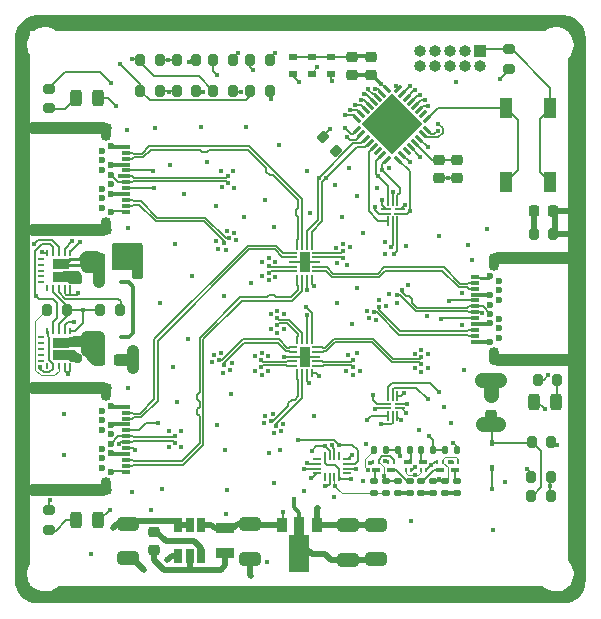
<source format=gtl>
G04 #@! TF.GenerationSoftware,KiCad,Pcbnew,6.0.9-8da3e8f707~116~ubuntu20.04.1*
G04 #@! TF.CreationDate,2022-11-26T18:10:52+02:00*
G04 #@! TF.ProjectId,USB-TypeC-Switch,5553422d-5479-4706-9543-2d5377697463,rev?*
G04 #@! TF.SameCoordinates,Original*
G04 #@! TF.FileFunction,Copper,L1,Top*
G04 #@! TF.FilePolarity,Positive*
%FSLAX46Y46*%
G04 Gerber Fmt 4.6, Leading zero omitted, Abs format (unit mm)*
G04 Created by KiCad (PCBNEW 6.0.9-8da3e8f707~116~ubuntu20.04.1) date 2022-11-26 18:10:52*
%MOMM*%
%LPD*%
G01*
G04 APERTURE LIST*
G04 Aperture macros list*
%AMRoundRect*
0 Rectangle with rounded corners*
0 $1 Rounding radius*
0 $2 $3 $4 $5 $6 $7 $8 $9 X,Y pos of 4 corners*
0 Add a 4 corners polygon primitive as box body*
4,1,4,$2,$3,$4,$5,$6,$7,$8,$9,$2,$3,0*
0 Add four circle primitives for the rounded corners*
1,1,$1+$1,$2,$3*
1,1,$1+$1,$4,$5*
1,1,$1+$1,$6,$7*
1,1,$1+$1,$8,$9*
0 Add four rect primitives between the rounded corners*
20,1,$1+$1,$2,$3,$4,$5,0*
20,1,$1+$1,$4,$5,$6,$7,0*
20,1,$1+$1,$6,$7,$8,$9,0*
20,1,$1+$1,$8,$9,$2,$3,0*%
%AMRotRect*
0 Rectangle, with rotation*
0 The origin of the aperture is its center*
0 $1 length*
0 $2 width*
0 $3 Rotation angle, in degrees counterclockwise*
0 Add horizontal line*
21,1,$1,$2,0,0,$3*%
%AMFreePoly0*
4,1,9,3.862500,-0.866500,0.737500,-0.866500,0.737500,-0.450000,-0.737500,-0.450000,-0.737500,0.450000,0.737500,0.450000,0.737500,0.866500,3.862500,0.866500,3.862500,-0.866500,3.862500,-0.866500,$1*%
G04 Aperture macros list end*
G04 #@! TA.AperFunction,SMDPad,CuDef*
%ADD10R,0.700000X0.320000*%
G04 #@! TD*
G04 #@! TA.AperFunction,ComponentPad*
%ADD11C,0.600000*%
G04 #@! TD*
G04 #@! TA.AperFunction,ComponentPad*
%ADD12O,0.900000X1.500000*%
G04 #@! TD*
G04 #@! TA.AperFunction,ComponentPad*
%ADD13O,1.500000X0.900000*%
G04 #@! TD*
G04 #@! TA.AperFunction,ComponentPad*
%ADD14O,1.800000X0.900000*%
G04 #@! TD*
G04 #@! TA.AperFunction,SMDPad,CuDef*
%ADD15RoundRect,0.200000X0.200000X0.275000X-0.200000X0.275000X-0.200000X-0.275000X0.200000X-0.275000X0*%
G04 #@! TD*
G04 #@! TA.AperFunction,SMDPad,CuDef*
%ADD16R,0.178600X0.604799*%
G04 #@! TD*
G04 #@! TA.AperFunction,SMDPad,CuDef*
%ADD17R,0.604799X0.178600*%
G04 #@! TD*
G04 #@! TA.AperFunction,SMDPad,CuDef*
%ADD18R,1.346200X0.812800*%
G04 #@! TD*
G04 #@! TA.AperFunction,SMDPad,CuDef*
%ADD19RoundRect,0.200000X-0.200000X-0.275000X0.200000X-0.275000X0.200000X0.275000X-0.200000X0.275000X0*%
G04 #@! TD*
G04 #@! TA.AperFunction,SMDPad,CuDef*
%ADD20RoundRect,0.225000X0.250000X-0.225000X0.250000X0.225000X-0.250000X0.225000X-0.250000X-0.225000X0*%
G04 #@! TD*
G04 #@! TA.AperFunction,SMDPad,CuDef*
%ADD21R,0.200000X0.800000*%
G04 #@! TD*
G04 #@! TA.AperFunction,SMDPad,CuDef*
%ADD22R,0.800000X0.200000*%
G04 #@! TD*
G04 #@! TA.AperFunction,SMDPad,CuDef*
%ADD23RoundRect,0.218750X0.581250X-0.218750X0.581250X0.218750X-0.581250X0.218750X-0.581250X-0.218750X0*%
G04 #@! TD*
G04 #@! TA.AperFunction,SMDPad,CuDef*
%ADD24R,0.650000X1.220000*%
G04 #@! TD*
G04 #@! TA.AperFunction,SMDPad,CuDef*
%ADD25RoundRect,0.243750X-0.243750X-0.456250X0.243750X-0.456250X0.243750X0.456250X-0.243750X0.456250X0*%
G04 #@! TD*
G04 #@! TA.AperFunction,SMDPad,CuDef*
%ADD26RoundRect,0.200000X-0.275000X0.200000X-0.275000X-0.200000X0.275000X-0.200000X0.275000X0.200000X0*%
G04 #@! TD*
G04 #@! TA.AperFunction,SMDPad,CuDef*
%ADD27RoundRect,0.243750X0.243750X0.456250X-0.243750X0.456250X-0.243750X-0.456250X0.243750X-0.456250X0*%
G04 #@! TD*
G04 #@! TA.AperFunction,SMDPad,CuDef*
%ADD28RoundRect,0.062500X0.194454X0.282843X-0.282843X-0.194454X-0.194454X-0.282843X0.282843X0.194454X0*%
G04 #@! TD*
G04 #@! TA.AperFunction,SMDPad,CuDef*
%ADD29RoundRect,0.062500X-0.194454X0.282843X-0.282843X0.194454X0.194454X-0.282843X0.282843X-0.194454X0*%
G04 #@! TD*
G04 #@! TA.AperFunction,SMDPad,CuDef*
%ADD30RotRect,3.600000X3.600000X225.000000*%
G04 #@! TD*
G04 #@! TA.AperFunction,SMDPad,CuDef*
%ADD31RoundRect,0.225000X-0.250000X0.225000X-0.250000X-0.225000X0.250000X-0.225000X0.250000X0.225000X0*%
G04 #@! TD*
G04 #@! TA.AperFunction,SMDPad,CuDef*
%ADD32RoundRect,0.200000X0.275000X-0.200000X0.275000X0.200000X-0.275000X0.200000X-0.275000X-0.200000X0*%
G04 #@! TD*
G04 #@! TA.AperFunction,SMDPad,CuDef*
%ADD33R,1.000000X1.700000*%
G04 #@! TD*
G04 #@! TA.AperFunction,SMDPad,CuDef*
%ADD34R,0.710000X0.200000*%
G04 #@! TD*
G04 #@! TA.AperFunction,SMDPad,CuDef*
%ADD35R,0.200000X0.710000*%
G04 #@! TD*
G04 #@! TA.AperFunction,SMDPad,CuDef*
%ADD36R,0.950000X1.750000*%
G04 #@! TD*
G04 #@! TA.AperFunction,ComponentPad*
%ADD37R,1.000000X1.000000*%
G04 #@! TD*
G04 #@! TA.AperFunction,ComponentPad*
%ADD38O,1.000000X1.000000*%
G04 #@! TD*
G04 #@! TA.AperFunction,SMDPad,CuDef*
%ADD39RoundRect,0.200000X-0.335876X-0.053033X-0.053033X-0.335876X0.335876X0.053033X0.053033X0.335876X0*%
G04 #@! TD*
G04 #@! TA.AperFunction,SMDPad,CuDef*
%ADD40R,0.914400X0.225000*%
G04 #@! TD*
G04 #@! TA.AperFunction,SMDPad,CuDef*
%ADD41R,0.812800X0.225000*%
G04 #@! TD*
G04 #@! TA.AperFunction,SMDPad,CuDef*
%ADD42R,0.225000X0.812800*%
G04 #@! TD*
G04 #@! TA.AperFunction,SMDPad,CuDef*
%ADD43RoundRect,0.225000X0.225000X0.250000X-0.225000X0.250000X-0.225000X-0.250000X0.225000X-0.250000X0*%
G04 #@! TD*
G04 #@! TA.AperFunction,SMDPad,CuDef*
%ADD44R,0.600000X0.450000*%
G04 #@! TD*
G04 #@! TA.AperFunction,SMDPad,CuDef*
%ADD45R,0.450000X0.600000*%
G04 #@! TD*
G04 #@! TA.AperFunction,SMDPad,CuDef*
%ADD46RoundRect,0.249999X-0.650001X0.325001X-0.650001X-0.325001X0.650001X-0.325001X0.650001X0.325001X0*%
G04 #@! TD*
G04 #@! TA.AperFunction,SMDPad,CuDef*
%ADD47RoundRect,0.249999X0.650001X-0.325001X0.650001X0.325001X-0.650001X0.325001X-0.650001X-0.325001X0*%
G04 #@! TD*
G04 #@! TA.AperFunction,SMDPad,CuDef*
%ADD48R,0.900000X1.300000*%
G04 #@! TD*
G04 #@! TA.AperFunction,SMDPad,CuDef*
%ADD49FreePoly0,270.000000*%
G04 #@! TD*
G04 #@! TA.AperFunction,SMDPad,CuDef*
%ADD50RoundRect,0.218750X0.218750X0.256250X-0.218750X0.256250X-0.218750X-0.256250X0.218750X-0.256250X0*%
G04 #@! TD*
G04 #@! TA.AperFunction,SMDPad,CuDef*
%ADD51RoundRect,0.218750X0.256250X-0.218750X0.256250X0.218750X-0.256250X0.218750X-0.256250X-0.218750X0*%
G04 #@! TD*
G04 #@! TA.AperFunction,SMDPad,CuDef*
%ADD52RoundRect,0.135000X0.135000X0.185000X-0.135000X0.185000X-0.135000X-0.185000X0.135000X-0.185000X0*%
G04 #@! TD*
G04 #@! TA.AperFunction,SMDPad,CuDef*
%ADD53R,0.700000X0.600000*%
G04 #@! TD*
G04 #@! TA.AperFunction,SMDPad,CuDef*
%ADD54RoundRect,0.135000X0.185000X-0.135000X0.185000X0.135000X-0.185000X0.135000X-0.185000X-0.135000X0*%
G04 #@! TD*
G04 #@! TA.AperFunction,SMDPad,CuDef*
%ADD55R,0.250000X0.400000*%
G04 #@! TD*
G04 #@! TA.AperFunction,SMDPad,CuDef*
%ADD56R,0.700000X0.400000*%
G04 #@! TD*
G04 #@! TA.AperFunction,SMDPad,CuDef*
%ADD57RoundRect,0.135000X-0.135000X-0.185000X0.135000X-0.185000X0.135000X0.185000X-0.135000X0.185000X0*%
G04 #@! TD*
G04 #@! TA.AperFunction,ViaPad*
%ADD58C,0.450000*%
G04 #@! TD*
G04 #@! TA.AperFunction,Conductor*
%ADD59C,0.200000*%
G04 #@! TD*
G04 #@! TA.AperFunction,Conductor*
%ADD60C,0.125000*%
G04 #@! TD*
G04 #@! TA.AperFunction,Conductor*
%ADD61C,0.141000*%
G04 #@! TD*
G04 #@! TA.AperFunction,Conductor*
%ADD62C,0.150000*%
G04 #@! TD*
G04 #@! TA.AperFunction,Conductor*
%ADD63C,0.300000*%
G04 #@! TD*
G04 #@! TA.AperFunction,Conductor*
%ADD64C,1.250000*%
G04 #@! TD*
G04 #@! TA.AperFunction,Conductor*
%ADD65C,0.500000*%
G04 #@! TD*
G04 #@! TA.AperFunction,Conductor*
%ADD66C,0.142000*%
G04 #@! TD*
G04 #@! TA.AperFunction,Conductor*
%ADD67C,0.250000*%
G04 #@! TD*
G04 #@! TA.AperFunction,Conductor*
%ADD68C,1.000000*%
G04 #@! TD*
G04 APERTURE END LIST*
D10*
X40240000Y-97250000D03*
X40240000Y-97750000D03*
X40240000Y-98250000D03*
X40240000Y-98750000D03*
X40240000Y-99250000D03*
X40240000Y-99750000D03*
X40240000Y-100250000D03*
X40240000Y-100750000D03*
X40240000Y-101250000D03*
X40240000Y-101750000D03*
X40240000Y-102250000D03*
X40240000Y-102750000D03*
D11*
X38930000Y-102800000D03*
X38230000Y-102400000D03*
X38230000Y-101600000D03*
X38930000Y-101200000D03*
X38230000Y-100800000D03*
X38930000Y-100400000D03*
X38930000Y-99600000D03*
X38230000Y-99200000D03*
X38930000Y-98800000D03*
X38230000Y-98400000D03*
X38230000Y-97600000D03*
X38930000Y-97200000D03*
D12*
X38580000Y-103980000D03*
D13*
X38280000Y-104330000D03*
D14*
X32380000Y-95670000D03*
D12*
X38580000Y-96020000D03*
D14*
X32380000Y-104330000D03*
D13*
X38280000Y-95670000D03*
D15*
X74605000Y-122230000D03*
X76255000Y-122230000D03*
X52405000Y-92490000D03*
X50755000Y-92490000D03*
X49270000Y-92490000D03*
X47620000Y-92490000D03*
D16*
X35530001Y-106223800D03*
X35029999Y-106223800D03*
X34530000Y-106223800D03*
X34030001Y-106223800D03*
X33529999Y-106223800D03*
D17*
X33033800Y-106719999D03*
X33033800Y-107220001D03*
X33033800Y-107720000D03*
X33033800Y-108219999D03*
X33033800Y-108720001D03*
D16*
X33529999Y-109216200D03*
X34030001Y-109216200D03*
X34530000Y-109216200D03*
X35029999Y-109216200D03*
X35530001Y-109216200D03*
D17*
X36026200Y-108720001D03*
X36026200Y-108219999D03*
X36026200Y-107220001D03*
X36026200Y-106719999D03*
D18*
X34700000Y-107200000D03*
X34700000Y-108240000D03*
D10*
X69760000Y-113750000D03*
X69760000Y-113250000D03*
X69760000Y-112750000D03*
X69760000Y-112250000D03*
X69760000Y-111750000D03*
X69760000Y-111250000D03*
X69760000Y-110750000D03*
X69760000Y-110250000D03*
X69760000Y-109750000D03*
X69760000Y-109250000D03*
X69760000Y-108750000D03*
X69760000Y-108250000D03*
D11*
X71070000Y-108200000D03*
X71770000Y-108600000D03*
X71770000Y-109400000D03*
X71070000Y-109800000D03*
X71770000Y-110200000D03*
X71070000Y-110600000D03*
X71070000Y-111400000D03*
X71770000Y-111800000D03*
X71070000Y-112200000D03*
X71770000Y-112600000D03*
X71770000Y-113400000D03*
X71070000Y-113800000D03*
D13*
X71720000Y-115330000D03*
D14*
X77620000Y-106670000D03*
D12*
X71420000Y-107020000D03*
D14*
X77620000Y-115330000D03*
D12*
X71420000Y-114980000D03*
D13*
X71720000Y-106670000D03*
D16*
X35530001Y-112843800D03*
X35029999Y-112843800D03*
X34530000Y-112843800D03*
X34030001Y-112843800D03*
X33529999Y-112843800D03*
D17*
X33033800Y-113339999D03*
X33033800Y-113840001D03*
X33033800Y-114340000D03*
X33033800Y-114839999D03*
X33033800Y-115340001D03*
D16*
X33529999Y-115836200D03*
X34030001Y-115836200D03*
X34530000Y-115836200D03*
X35029999Y-115836200D03*
X35530001Y-115836200D03*
D17*
X36026200Y-115340001D03*
X36026200Y-114839999D03*
X36026200Y-113840001D03*
X36026200Y-113339999D03*
D18*
X34700000Y-113820000D03*
X34700000Y-114860000D03*
D10*
X40240000Y-119250000D03*
X40240000Y-119750000D03*
X40240000Y-120250000D03*
X40240000Y-120750000D03*
X40240000Y-121250000D03*
X40240000Y-121750000D03*
X40240000Y-122250000D03*
X40240000Y-122750000D03*
X40240000Y-123250000D03*
X40240000Y-123750000D03*
X40240000Y-124250000D03*
X40240000Y-124750000D03*
D11*
X38930000Y-124800000D03*
X38230000Y-124400000D03*
X38230000Y-123600000D03*
X38930000Y-123200000D03*
X38230000Y-122800000D03*
X38930000Y-122400000D03*
X38930000Y-121600000D03*
X38230000Y-121200000D03*
X38930000Y-120800000D03*
X38230000Y-120400000D03*
X38230000Y-119600000D03*
X38930000Y-119200000D03*
D14*
X32380000Y-126330000D03*
D13*
X38280000Y-126330000D03*
X38280000Y-117670000D03*
D12*
X38580000Y-125980000D03*
X38580000Y-118020000D03*
D14*
X32380000Y-117670000D03*
D19*
X74550000Y-125220000D03*
X76200000Y-125220000D03*
D15*
X74560000Y-126800000D03*
X76210000Y-126800000D03*
D20*
X59390000Y-91155000D03*
X59390000Y-89605000D03*
D21*
X58274000Y-123400000D03*
X57874000Y-123400000D03*
X57474000Y-123400000D03*
X57074000Y-123400000D03*
D22*
X56374000Y-123700000D03*
X56374000Y-124100000D03*
X56374000Y-124500000D03*
X56374000Y-124900000D03*
D21*
X57074000Y-125200000D03*
X57474000Y-125200000D03*
X57874000Y-125200000D03*
X58274000Y-125200000D03*
D22*
X58974000Y-124900000D03*
X58974000Y-124500000D03*
X58974000Y-124100000D03*
X58974000Y-123700000D03*
D15*
X39705000Y-111030000D03*
X38055000Y-111030000D03*
D19*
X33565000Y-111030000D03*
X35215000Y-111030000D03*
D15*
X46175000Y-92510000D03*
X44525000Y-92510000D03*
X43085000Y-92500000D03*
X41435000Y-92500000D03*
X43085000Y-89890000D03*
X41435000Y-89890000D03*
X46185000Y-89890000D03*
X44535000Y-89890000D03*
D23*
X48610000Y-131662500D03*
X48610000Y-129537500D03*
D24*
X46560000Y-129230000D03*
X45610000Y-129230000D03*
X44660000Y-129230000D03*
X44660000Y-131850000D03*
X45610000Y-131850000D03*
X46560000Y-131850000D03*
D20*
X42620000Y-131375000D03*
X42620000Y-129825000D03*
D25*
X74782500Y-118840000D03*
X76657500Y-118840000D03*
D26*
X33730000Y-128035000D03*
X33730000Y-129685000D03*
D27*
X37887500Y-93130000D03*
X36012500Y-93130000D03*
D26*
X33730000Y-92315000D03*
X33730000Y-93965000D03*
D28*
X65754873Y-94855025D03*
X65401320Y-94501472D03*
X65047767Y-94147918D03*
X64694213Y-93794365D03*
X64340660Y-93440812D03*
X63987107Y-93087258D03*
X63633553Y-92733705D03*
X63280000Y-92380152D03*
D29*
X62290050Y-92380152D03*
X61936497Y-92733705D03*
X61582943Y-93087258D03*
X61229390Y-93440812D03*
X60875837Y-93794365D03*
X60522283Y-94147918D03*
X60168730Y-94501472D03*
X59815177Y-94855025D03*
D28*
X59815177Y-95844975D03*
X60168730Y-96198528D03*
X60522283Y-96552082D03*
X60875837Y-96905635D03*
X61229390Y-97259188D03*
X61582943Y-97612742D03*
X61936497Y-97966295D03*
X62290050Y-98319848D03*
D29*
X63280000Y-98319848D03*
X63633553Y-97966295D03*
X63987107Y-97612742D03*
X64340660Y-97259188D03*
X64694213Y-96905635D03*
X65047767Y-96552082D03*
X65401320Y-96198528D03*
X65754873Y-95844975D03*
D30*
X62785025Y-95350000D03*
D19*
X75085000Y-116960000D03*
X76735000Y-116960000D03*
X74755000Y-104650000D03*
X76405000Y-104650000D03*
D20*
X60990000Y-91175000D03*
X60990000Y-89625000D03*
D31*
X66700000Y-98355000D03*
X66700000Y-99905000D03*
X68230000Y-98355000D03*
X68230000Y-99905000D03*
D32*
X72650000Y-89005000D03*
X72650000Y-90655000D03*
D33*
X76170000Y-93950000D03*
X76170000Y-100250000D03*
X72370000Y-93950000D03*
X72370000Y-100250000D03*
D34*
X56345000Y-107800000D03*
X56345000Y-107400000D03*
X56345000Y-107000000D03*
X56345000Y-106600000D03*
X56345000Y-106200000D03*
D35*
X55950000Y-105605000D03*
X55550000Y-105605000D03*
X55150000Y-105605000D03*
X54750000Y-105605000D03*
D34*
X54355000Y-106200000D03*
X54355000Y-106600000D03*
X54355000Y-107000000D03*
X54355000Y-107400000D03*
X54355000Y-107800000D03*
D35*
X54750000Y-108395000D03*
X55150000Y-108395000D03*
X55550000Y-108395000D03*
X55950000Y-108395000D03*
D36*
X55350000Y-107000000D03*
D37*
X70200000Y-89100000D03*
D38*
X70200000Y-90370000D03*
X68930000Y-89100000D03*
X68930000Y-90370000D03*
X67660000Y-89100000D03*
X67660000Y-90370000D03*
X66390000Y-89100000D03*
X66390000Y-90370000D03*
X65120000Y-89100000D03*
X65120000Y-90370000D03*
D15*
X52385000Y-89860000D03*
X50735000Y-89860000D03*
X49275000Y-89860000D03*
X47625000Y-89860000D03*
D39*
X58043363Y-97593363D03*
X56876637Y-96426637D03*
D40*
X63346100Y-102900000D03*
D41*
X63396900Y-102500000D03*
D42*
X63199999Y-101839900D03*
X62800000Y-101839900D03*
X62400001Y-101839900D03*
D41*
X62203100Y-102500000D03*
X62203100Y-102900000D03*
D42*
X62400001Y-103560100D03*
X62800000Y-103560100D03*
X63199999Y-103560100D03*
D40*
X62253900Y-119000000D03*
D41*
X62203100Y-119400000D03*
D42*
X62400001Y-120060100D03*
X62800000Y-120060100D03*
X63199999Y-120060100D03*
D41*
X63396900Y-119400000D03*
X63396900Y-119000000D03*
D42*
X63199999Y-118339900D03*
X62800000Y-118339900D03*
X62400001Y-118339900D03*
D43*
X76345000Y-102670000D03*
X74795000Y-102670000D03*
D44*
X40050000Y-108730000D03*
X37950000Y-108730000D03*
X40050000Y-113310000D03*
X37950000Y-113310000D03*
D45*
X71190000Y-122330000D03*
X71190000Y-124430000D03*
D34*
X56345000Y-115800000D03*
X56345000Y-115400000D03*
X56345000Y-115000000D03*
X56345000Y-114600000D03*
X56345000Y-114200000D03*
D35*
X55950000Y-113605000D03*
X55550000Y-113605000D03*
X55150000Y-113605000D03*
X54750000Y-113605000D03*
D34*
X54355000Y-114200000D03*
X54355000Y-114600000D03*
X54355000Y-115000000D03*
X54355000Y-115400000D03*
X54355000Y-115800000D03*
D35*
X54750000Y-116395000D03*
X55150000Y-116395000D03*
X55550000Y-116395000D03*
X55950000Y-116395000D03*
D36*
X55350000Y-115000000D03*
D46*
X50720000Y-129175000D03*
X50720000Y-132125000D03*
X40430000Y-129145000D03*
X40430000Y-132095000D03*
D27*
X37887500Y-128870000D03*
X36012500Y-128870000D03*
D47*
X59020000Y-132195000D03*
X59020000Y-129245000D03*
D48*
X56420000Y-129290000D03*
D49*
X54920000Y-129377500D03*
D48*
X53420000Y-129290000D03*
D47*
X61420000Y-132185000D03*
X61420000Y-129235000D03*
D50*
X39647500Y-106780000D03*
X38072500Y-106780000D03*
X39647500Y-115260000D03*
X38072500Y-115260000D03*
D51*
X71120000Y-119947500D03*
X71120000Y-118372500D03*
D52*
X66250000Y-122910000D03*
X65230000Y-122910000D03*
D53*
X56010000Y-91080000D03*
X56010000Y-89680000D03*
D54*
X68250000Y-125540000D03*
X68250000Y-126560000D03*
X64250000Y-126560000D03*
X64250000Y-125540000D03*
X61250000Y-126560000D03*
X61250000Y-125540000D03*
D55*
X67050000Y-123900000D03*
X66600000Y-123900000D03*
D56*
X66825000Y-124600000D03*
X68100000Y-124600000D03*
D55*
X67875000Y-123900000D03*
X68325000Y-123900000D03*
D54*
X66250000Y-126560000D03*
X66250000Y-125540000D03*
D55*
X62900000Y-123900000D03*
X62450000Y-123900000D03*
D56*
X62675000Y-124600000D03*
D55*
X61625000Y-123900000D03*
X61175000Y-123900000D03*
D56*
X61400000Y-124600000D03*
D54*
X63250000Y-126560000D03*
X63250000Y-125540000D03*
X62250000Y-126560000D03*
X62250000Y-125540000D03*
D53*
X54370000Y-89670000D03*
X54370000Y-91070000D03*
D55*
X63900000Y-124600000D03*
X64350000Y-124600000D03*
D56*
X64125000Y-123900000D03*
D54*
X67250000Y-126560000D03*
X67250000Y-125540000D03*
D57*
X63280000Y-122910000D03*
X64300000Y-122910000D03*
D53*
X57610000Y-89670000D03*
X57610000Y-91070000D03*
D57*
X68250000Y-122910000D03*
X67230000Y-122910000D03*
D55*
X65175000Y-124600000D03*
X65625000Y-124600000D03*
D56*
X65400000Y-123900000D03*
D52*
X62260000Y-122910000D03*
X61240000Y-122910000D03*
D54*
X65250000Y-126560000D03*
X65250000Y-125540000D03*
D58*
X67720000Y-120600000D03*
X57870000Y-126860000D03*
X60330000Y-125500000D03*
X42370000Y-128010000D03*
X52150000Y-132430000D03*
X69220000Y-105570000D03*
X65230000Y-114440000D03*
X65240000Y-116310000D03*
X64680000Y-116000000D03*
X64680000Y-114760000D03*
X65790000Y-116010000D03*
X65790000Y-114750000D03*
X44180000Y-115930000D03*
X47900000Y-120760000D03*
X52740000Y-125670000D03*
X48640000Y-122890000D03*
X44580000Y-118840000D03*
X48310000Y-99290000D03*
X49390000Y-100710000D03*
X48360000Y-100690000D03*
X49330000Y-99290000D03*
X43840000Y-121280000D03*
X48510000Y-109840000D03*
X55810000Y-102870000D03*
X55550000Y-99260000D03*
X46620000Y-95610000D03*
X35130000Y-115020000D03*
X70770000Y-104230000D03*
X50990000Y-90720000D03*
X43770000Y-89890000D03*
X43840000Y-92574500D03*
X46740000Y-92574500D03*
X49940000Y-92574500D03*
X52499833Y-93160167D03*
X52840000Y-89300000D03*
X49720000Y-89320000D03*
X47960000Y-91180000D03*
X56440000Y-90520000D03*
X60755680Y-92354481D03*
X60340691Y-92761388D03*
X75670000Y-119470000D03*
X76730000Y-122520000D03*
X74210000Y-124530000D03*
X35640000Y-114830000D03*
X34940000Y-123350000D03*
X35000000Y-119890000D03*
X37300000Y-131730000D03*
X48670000Y-128300000D03*
X72360000Y-125650000D03*
X71300000Y-129670000D03*
X64330000Y-128910000D03*
X68820000Y-116180000D03*
X68670000Y-109660000D03*
X68640000Y-112310000D03*
X52350000Y-123200000D03*
X39750000Y-99750000D03*
X55290000Y-126380000D03*
X60510000Y-122380000D03*
X67120000Y-119300000D03*
X68200000Y-91720000D03*
X65750000Y-111590000D03*
X64289500Y-92070000D03*
X59725497Y-124525437D03*
X55587845Y-123997845D03*
X63750000Y-118090000D03*
X64240000Y-98570000D03*
X61180000Y-118270000D03*
X64260000Y-102680000D03*
X57540142Y-95717117D03*
X61340000Y-102340000D03*
X32585000Y-109835000D03*
X64010000Y-119000000D03*
X55562000Y-109406584D03*
X55740000Y-117258000D03*
X56190000Y-120020000D03*
X54421794Y-127101794D03*
X61824949Y-91915051D03*
X65792845Y-97297157D03*
X62939000Y-106300000D03*
X62660000Y-105720000D03*
X63192599Y-109780479D03*
X63618279Y-109354799D03*
X61880000Y-101740000D03*
X62860000Y-101060000D03*
X48850000Y-99699000D03*
X48850000Y-100301000D03*
X44376803Y-121699000D03*
X44376803Y-122301000D03*
X65240000Y-115651000D03*
X65240000Y-115049000D03*
X59468888Y-115299000D03*
X59468888Y-115901000D03*
X61665808Y-110830988D03*
X61240128Y-111256668D03*
X58602071Y-106701000D03*
X58602071Y-106099000D03*
X52925293Y-120890387D03*
X52499613Y-120464707D03*
X53040000Y-112340000D03*
X53040000Y-111738000D03*
X52270000Y-114980000D03*
X51710000Y-114670000D03*
X51720000Y-116540000D03*
X51160000Y-116230000D03*
X51160000Y-114990000D03*
X52270000Y-116240000D03*
X51690000Y-115901000D03*
X51690000Y-115299000D03*
X48569379Y-115726301D03*
X48143699Y-115300621D03*
X55320000Y-115500000D03*
X55330000Y-114480000D03*
X53570000Y-115000000D03*
X55410000Y-107510000D03*
X43700000Y-132270000D03*
X55430000Y-106560000D03*
X48660000Y-106020000D03*
X47880000Y-105250000D03*
X49370000Y-104520000D03*
X47540000Y-115460000D03*
X49040000Y-116180000D03*
X49200000Y-115580000D03*
X47700000Y-114870000D03*
X48430000Y-116360000D03*
X48300000Y-114690000D03*
X52770000Y-121500000D03*
X52640000Y-119830000D03*
X51880000Y-120600000D03*
X53540000Y-120720000D03*
X53380000Y-121320000D03*
X52040000Y-120010000D03*
X58050000Y-105780000D03*
X58120000Y-107100000D03*
X58960000Y-107220000D03*
X58600000Y-105460000D03*
X59160000Y-105770000D03*
X58990000Y-114870000D03*
X60010000Y-116240000D03*
X59460000Y-116540000D03*
X59750000Y-114740000D03*
X58900000Y-116230000D03*
X64080000Y-108960000D03*
X44860000Y-121280000D03*
X52880000Y-108230000D03*
X51770000Y-106980000D03*
X51770000Y-108220000D03*
X52330000Y-108530000D03*
X52320000Y-106660000D03*
X52880000Y-106970000D03*
X57940000Y-100440000D03*
X53040000Y-111110000D03*
X67460000Y-99890000D03*
X63140000Y-110450000D03*
X42660000Y-95640000D03*
X63910000Y-105660000D03*
X62540000Y-109700000D03*
X53600000Y-111420000D03*
X62280000Y-110750000D03*
X40340000Y-95850000D03*
X50850000Y-108770000D03*
X61520000Y-100760000D03*
X40410000Y-117700000D03*
X47890000Y-102240000D03*
X63828911Y-102188911D03*
X59770000Y-109220000D03*
X61330000Y-92340000D03*
X62190000Y-105280000D03*
X49550000Y-105120000D03*
X60150000Y-89530000D03*
X43290000Y-126250000D03*
X43950000Y-98810000D03*
X43090000Y-110480000D03*
X61290000Y-119420000D03*
X32470000Y-105460000D03*
X66770000Y-104770000D03*
X59350000Y-112240000D03*
X53050000Y-112980000D03*
X32990000Y-115880000D03*
X47090000Y-98510000D03*
X43890000Y-122680000D03*
X45530000Y-90040000D03*
X58480000Y-103210000D03*
X64701851Y-124369281D03*
X48790000Y-126320000D03*
X65040000Y-121220000D03*
X56470000Y-127790000D03*
X45160000Y-101230000D03*
X38880000Y-127970500D03*
X41750000Y-133080000D03*
X58100000Y-110440000D03*
X60600000Y-111150000D03*
X53200000Y-97110000D03*
X45790000Y-108190000D03*
X40770000Y-126430000D03*
X36580000Y-111030000D03*
X36150000Y-109634990D03*
X60870000Y-124032000D03*
X74735500Y-103630000D03*
X56600000Y-116660000D03*
X67638667Y-123963333D03*
X61370000Y-111910000D03*
X50410000Y-95560000D03*
X44920000Y-122700000D03*
X62140167Y-123866500D03*
X62160000Y-106360000D03*
X45480000Y-113490000D03*
X36370000Y-105299990D03*
X52780000Y-104010000D03*
X62510000Y-99050000D03*
X33100000Y-106160000D03*
X52490000Y-112670000D03*
X35350000Y-116480000D03*
X59750000Y-101440000D03*
X39360000Y-93790000D03*
X60780000Y-111750000D03*
X52490000Y-111430000D03*
X48780000Y-104360000D03*
X69540000Y-106840000D03*
X66089066Y-124184767D03*
X50230000Y-103220000D03*
X49150000Y-118210000D03*
X56120000Y-109060000D03*
X60330000Y-104560000D03*
X44390000Y-105460000D03*
X53600000Y-112680000D03*
X48060000Y-105860000D03*
X65150000Y-98070000D03*
X57659978Y-122522121D03*
X61670000Y-110230000D03*
X40400000Y-104120000D03*
X52040000Y-101730000D03*
X50839979Y-133580021D03*
X59120000Y-99020000D03*
X53520000Y-128190000D03*
X57110000Y-126000000D03*
X41140000Y-108100000D03*
X41140000Y-107300000D03*
X41140000Y-106500000D03*
X41140000Y-105800000D03*
X40810000Y-114400000D03*
X40810000Y-116100000D03*
X40810000Y-114960000D03*
X40810000Y-115540000D03*
X71400000Y-117000000D03*
X70820000Y-117000000D03*
X71960000Y-117000000D03*
X70260000Y-117000000D03*
X57894355Y-125959225D03*
X42520000Y-99275000D03*
X63950623Y-119740589D03*
X42610000Y-100770000D03*
X54761044Y-122061044D03*
X58260000Y-122470000D03*
X63738000Y-126560000D03*
X61798500Y-120691500D03*
X57089500Y-122590000D03*
X55940000Y-123010000D03*
X42910000Y-120630000D03*
X65752000Y-126560000D03*
X53263199Y-122923199D03*
X63490000Y-120400000D03*
X40990000Y-122900000D03*
X55310000Y-124560000D03*
X67750000Y-126570000D03*
X60677155Y-120392845D03*
X66705500Y-118030000D03*
X55870000Y-125260000D03*
X59369500Y-123380000D03*
X63460000Y-123450000D03*
X70341801Y-111308199D03*
X67580000Y-110300000D03*
X65806500Y-118620000D03*
X65890000Y-121750000D03*
X59280167Y-125389833D03*
X66860000Y-111820000D03*
X34710000Y-108070000D03*
X34260000Y-108410000D03*
X35130000Y-108410000D03*
X76170000Y-126000000D03*
X65840000Y-93800000D03*
X64709819Y-92461644D03*
X61884994Y-99200405D03*
X61550000Y-99680000D03*
X39605599Y-122386857D03*
X59220000Y-94155500D03*
X35680000Y-105240000D03*
X35832168Y-112065000D03*
X58770000Y-94580000D03*
X65124714Y-92859029D03*
X48933150Y-104986249D03*
X52330363Y-107299000D03*
X52330363Y-107901000D03*
X48507470Y-105411929D03*
X56566667Y-99856095D03*
X55550000Y-111500000D03*
X38970000Y-91880000D03*
X58901558Y-96381892D03*
X65520000Y-93310000D03*
X75954500Y-116600000D03*
X58760000Y-95640000D03*
X33800000Y-127179500D03*
X37030000Y-107540000D03*
X36950000Y-106370000D03*
X40780000Y-89850000D03*
X34710000Y-107370000D03*
X34260000Y-107030000D03*
X36580000Y-106970000D03*
X35130000Y-107030000D03*
X36960000Y-113810000D03*
X36940000Y-114550000D03*
X34700000Y-114000000D03*
X39764050Y-90255000D03*
X34250000Y-113640000D03*
X36780000Y-113150000D03*
X35140000Y-113640000D03*
X34700000Y-114700000D03*
X36120000Y-115150000D03*
X70820000Y-120730000D03*
X34280000Y-115010000D03*
X71970000Y-120720000D03*
X70270000Y-120730000D03*
X71390000Y-120720000D03*
X66606758Y-95894102D03*
X71900000Y-91530000D03*
X66656994Y-95312671D03*
X39150000Y-129500000D03*
X71190000Y-126180000D03*
X40840000Y-110920000D03*
X55508199Y-110821801D03*
X57140000Y-99900000D03*
X66750000Y-125402000D03*
X57640000Y-91690000D03*
X60155081Y-93305081D03*
X63120000Y-92070000D03*
X62040000Y-125102000D03*
X54890000Y-91780000D03*
X64739657Y-125028271D03*
X67930000Y-122290000D03*
X60700498Y-124582000D03*
X59620000Y-93730000D03*
D59*
X66705500Y-118030000D02*
X65955500Y-117280000D01*
X65955500Y-117280000D02*
X62740000Y-117280000D01*
X62740000Y-117280000D02*
X62400001Y-117619999D01*
X62400001Y-117619999D02*
X62400001Y-118399900D01*
X65806500Y-118620000D02*
X64826500Y-117640000D01*
X64826500Y-117640000D02*
X62930999Y-117640000D01*
X62930999Y-117640000D02*
X62810000Y-117760999D01*
X62810000Y-117760999D02*
X62810000Y-117920000D01*
D60*
X68250000Y-122610000D02*
X68250000Y-122910000D01*
X67930000Y-122290000D02*
X68250000Y-122610000D01*
D59*
X67580000Y-110300000D02*
X67630000Y-110250000D01*
X67630000Y-110250000D02*
X69760000Y-110250000D01*
D61*
X53180684Y-113553500D02*
X50109316Y-113553500D01*
X50109316Y-113553500D02*
X48362196Y-115300621D01*
X53880684Y-114253500D02*
X53180684Y-113553500D01*
X48362196Y-115300621D02*
X48143699Y-115300621D01*
X54046500Y-114253500D02*
X53880684Y-114253500D01*
X54100000Y-114200000D02*
X54046500Y-114253500D01*
X54355000Y-114200000D02*
X54100000Y-114200000D01*
D62*
X54890000Y-91780000D02*
X54370000Y-91260000D01*
X54370000Y-91260000D02*
X54370000Y-91070000D01*
X59390000Y-89605000D02*
X59315000Y-89680000D01*
X59315000Y-89680000D02*
X54380000Y-89680000D01*
X54380000Y-89680000D02*
X54370000Y-89670000D01*
D60*
X56010000Y-90950000D02*
X56010000Y-91080000D01*
X56440000Y-90520000D02*
X56010000Y-90950000D01*
D62*
X57640000Y-91690000D02*
X57610000Y-91660000D01*
X57610000Y-91660000D02*
X57610000Y-91070000D01*
D63*
X60150000Y-89530000D02*
X59465000Y-89530000D01*
X60895000Y-89530000D02*
X60990000Y-89625000D01*
X59465000Y-89530000D02*
X59390000Y-89605000D01*
X60150000Y-89530000D02*
X60895000Y-89530000D01*
X61824949Y-91915051D02*
X61064898Y-91155000D01*
X61064898Y-91155000D02*
X59390000Y-91155000D01*
D62*
X60990000Y-89625000D02*
X60880000Y-89625000D01*
X63460000Y-123450000D02*
X63460000Y-123090000D01*
X63460000Y-123090000D02*
X63280000Y-122910000D01*
X71900000Y-91530000D02*
X72650000Y-90780000D01*
X72650000Y-90780000D02*
X72650000Y-90655000D01*
D60*
X60457500Y-124339002D02*
X60457500Y-123692500D01*
X60700498Y-124582000D02*
X60457500Y-124339002D01*
X60457500Y-123692500D02*
X61240000Y-122910000D01*
D62*
X66250000Y-122110000D02*
X66250000Y-122910000D01*
X65890000Y-121750000D02*
X66250000Y-122110000D01*
D60*
X57874000Y-125200000D02*
X57874000Y-125944000D01*
X57874000Y-125944000D02*
X58490000Y-126560000D01*
X58490000Y-126560000D02*
X61250000Y-126560000D01*
D62*
X76170000Y-93950000D02*
X76170000Y-92270000D01*
X76170000Y-92270000D02*
X72900000Y-89000000D01*
X72900000Y-89000000D02*
X70300000Y-89000000D01*
X70300000Y-89000000D02*
X70200000Y-89100000D01*
X72370000Y-100250000D02*
X73380000Y-99240000D01*
X73380000Y-99240000D02*
X73380000Y-94960000D01*
X73380000Y-94960000D02*
X72370000Y-93950000D01*
X76170000Y-93950000D02*
X75270000Y-94850000D01*
X75270000Y-94850000D02*
X75270000Y-99350000D01*
X75270000Y-99350000D02*
X76170000Y-100250000D01*
X65754975Y-94855025D02*
X66640000Y-93970000D01*
X66640000Y-93970000D02*
X72350000Y-93970000D01*
X72350000Y-93970000D02*
X72370000Y-93950000D01*
D60*
X63120000Y-92070000D02*
X63280000Y-92230000D01*
X63280000Y-92230000D02*
X63280000Y-92380152D01*
D62*
X64709819Y-92461644D02*
X64612721Y-92461644D01*
X64612721Y-92461644D02*
X63987107Y-93087258D01*
X65124714Y-92859029D02*
X64922443Y-92859029D01*
X64922443Y-92859029D02*
X64340660Y-93440812D01*
X65840000Y-93800000D02*
X65830000Y-93810000D01*
X65830000Y-93810000D02*
X65385685Y-93810000D01*
X65385685Y-93810000D02*
X65047767Y-94147918D01*
X65520000Y-93310000D02*
X65178578Y-93310000D01*
X65178578Y-93310000D02*
X64694213Y-93794365D01*
X64037258Y-92330000D02*
X63633553Y-92733705D01*
X64289500Y-92070000D02*
X64037258Y-92322242D01*
X64037258Y-92322242D02*
X64037258Y-92330000D01*
X66676901Y-96425000D02*
X65627792Y-96425000D01*
X66656994Y-95312671D02*
X67031758Y-95687435D01*
X67031758Y-96070143D02*
X66676901Y-96425000D01*
X67031758Y-95687435D02*
X67031758Y-96070143D01*
X65627792Y-96425000D02*
X65401320Y-96198528D01*
X66606758Y-95894102D02*
X66350860Y-96150000D01*
X66350860Y-96150000D02*
X66060000Y-96150000D01*
X66060000Y-96150000D02*
X65754975Y-95844975D01*
X65754975Y-95844975D02*
X65754873Y-95844975D01*
X50990000Y-90720000D02*
X50735000Y-90465000D01*
X50735000Y-90465000D02*
X50735000Y-89860000D01*
X50755000Y-92490000D02*
X50755000Y-92945000D01*
X50755000Y-92945000D02*
X50390000Y-93310000D01*
X50390000Y-93310000D02*
X42245000Y-93310000D01*
X42245000Y-93310000D02*
X41435000Y-92500000D01*
D59*
X49940000Y-92574500D02*
X49354500Y-92574500D01*
X49354500Y-92574500D02*
X49270000Y-92490000D01*
X46740000Y-92574500D02*
X46239500Y-92574500D01*
X46239500Y-92574500D02*
X46175000Y-92510000D01*
D62*
X40780000Y-89850000D02*
X41307500Y-89850000D01*
X41307500Y-89850000D02*
X41327500Y-89830000D01*
X56876637Y-96380622D02*
X56876637Y-96426637D01*
X57540142Y-95717117D02*
X56876637Y-96380622D01*
D60*
X58043363Y-97593363D02*
X58083363Y-97593363D01*
X58083363Y-97593363D02*
X58450000Y-97960000D01*
D62*
X43770000Y-89890000D02*
X44535000Y-89890000D01*
X43085000Y-89890000D02*
X43770000Y-89890000D01*
X41435000Y-89890000D02*
X41435000Y-90095000D01*
X41435000Y-90095000D02*
X42620000Y-91280000D01*
X42620000Y-91280000D02*
X46410000Y-91280000D01*
X46410000Y-91280000D02*
X47620000Y-92490000D01*
D59*
X44525000Y-92510000D02*
X43095000Y-92510000D01*
X43095000Y-92510000D02*
X43085000Y-92500000D01*
X52405000Y-93065334D02*
X52499833Y-93160167D01*
X52405000Y-92490000D02*
X52405000Y-93065334D01*
X52385000Y-89755000D02*
X52840000Y-89300000D01*
X52385000Y-89860000D02*
X52385000Y-89755000D01*
X49275000Y-89765000D02*
X49720000Y-89320000D01*
X49275000Y-89860000D02*
X49275000Y-89765000D01*
D62*
X47960000Y-91180000D02*
X47625000Y-90845000D01*
X47625000Y-90845000D02*
X47625000Y-89860000D01*
X60168730Y-94498730D02*
X60168730Y-94501472D01*
X59825500Y-94155500D02*
X60168730Y-94498730D01*
X59220000Y-94155500D02*
X59825500Y-94155500D01*
X59540152Y-94580000D02*
X59815177Y-94855025D01*
X58770000Y-94580000D02*
X59540152Y-94580000D01*
X45530000Y-90040000D02*
X45680000Y-89890000D01*
X45680000Y-89890000D02*
X46185000Y-89890000D01*
X39764050Y-90255000D02*
X41405000Y-91895950D01*
X41405000Y-91895950D02*
X41405000Y-92745000D01*
X60755680Y-92354481D02*
X60755680Y-92402077D01*
X60755680Y-92402077D02*
X61143603Y-92790000D01*
X61143603Y-92790000D02*
X61285685Y-92790000D01*
X61285685Y-92790000D02*
X61582943Y-93087258D01*
X61229390Y-93440812D02*
X60549966Y-92761388D01*
X60549966Y-92761388D02*
X60340691Y-92761388D01*
X60155081Y-93305081D02*
X60386553Y-93305081D01*
X60386553Y-93305081D02*
X60875837Y-93794365D01*
X59620000Y-93730000D02*
X60104365Y-93730000D01*
X60104365Y-93730000D02*
X60522283Y-94147918D01*
D59*
X61330000Y-92340000D02*
X61542792Y-92340000D01*
X61542792Y-92340000D02*
X61936497Y-92733705D01*
X66178578Y-98390000D02*
X68195000Y-98390000D01*
X64694213Y-96905635D02*
X66178578Y-98390000D01*
X68215000Y-99890000D02*
X68230000Y-99905000D01*
X68195000Y-98390000D02*
X68230000Y-98355000D01*
X66700000Y-99905000D02*
X66715000Y-99890000D01*
X66715000Y-99890000D02*
X68215000Y-99890000D01*
D62*
X64260000Y-102680000D02*
X64260000Y-99299848D01*
X64260000Y-99299848D02*
X63280000Y-98319848D01*
X63346100Y-102900000D02*
X64040000Y-102900000D01*
X64040000Y-102900000D02*
X64260000Y-102680000D01*
D61*
X63199999Y-101350001D02*
X63199999Y-101899900D01*
X63390000Y-101160000D02*
X63199999Y-101350001D01*
X63390000Y-100705411D02*
X63390000Y-101160000D01*
X61884994Y-99200405D02*
X63390000Y-100705411D01*
D62*
X63828911Y-102188911D02*
X63517822Y-102500000D01*
X63517822Y-102500000D02*
X63396900Y-102500000D01*
X62400001Y-103500100D02*
X61580100Y-103500100D01*
X61580100Y-103500100D02*
X60800000Y-102720000D01*
X60800000Y-102720000D02*
X60800000Y-97688578D01*
X60800000Y-97688578D02*
X61229390Y-97259188D01*
D59*
X61340000Y-102340000D02*
X61340000Y-102605800D01*
X61634200Y-102900000D02*
X62203100Y-102900000D01*
X61340000Y-102605800D02*
X61634200Y-102900000D01*
X60677155Y-120392845D02*
X61010000Y-120060000D01*
X61010000Y-120060000D02*
X62399901Y-120060000D01*
X62399901Y-120060000D02*
X62400001Y-120060100D01*
X62800000Y-120590000D02*
X62800000Y-120060100D01*
X62698500Y-120691500D02*
X62800000Y-120590000D01*
X61798500Y-120691500D02*
X62698500Y-120691500D01*
X64010000Y-119000000D02*
X63396900Y-119000000D01*
D62*
X61180000Y-118270000D02*
X61180000Y-118660000D01*
X61180000Y-118660000D02*
X61520000Y-119000000D01*
X61520000Y-119000000D02*
X62253900Y-119000000D01*
D59*
X75040000Y-118840000D02*
X75670000Y-119470000D01*
X74782500Y-118840000D02*
X75040000Y-118840000D01*
X71190000Y-122330000D02*
X71200000Y-122320000D01*
X74605000Y-122230000D02*
X75390000Y-123015000D01*
X75390000Y-126070000D02*
X74660000Y-126800000D01*
X75390000Y-123015000D02*
X75390000Y-126070000D01*
X71200000Y-122320000D02*
X74515000Y-122320000D01*
X76545000Y-122520000D02*
X76730000Y-122520000D01*
X74515000Y-122320000D02*
X74605000Y-122230000D01*
X76255000Y-122230000D02*
X76545000Y-122520000D01*
X71190000Y-126180000D02*
X71190000Y-124430000D01*
D62*
X76170000Y-126000000D02*
X76170000Y-126760000D01*
X76170000Y-126000000D02*
X76170000Y-125250000D01*
X76170000Y-125250000D02*
X76200000Y-125220000D01*
D59*
X74550000Y-124870000D02*
X74210000Y-124530000D01*
X71190000Y-120920000D02*
X71190000Y-122330000D01*
X71930000Y-120587500D02*
X71522500Y-120587500D01*
X71522500Y-120587500D02*
X71190000Y-120920000D01*
D62*
X75954500Y-116600000D02*
X75594500Y-116960000D01*
X75594500Y-116960000D02*
X75085000Y-116960000D01*
D59*
X76735000Y-116960000D02*
X76735000Y-118762500D01*
X76735000Y-118762500D02*
X76657500Y-118840000D01*
D63*
X35480000Y-114900000D02*
X35660000Y-115080000D01*
D64*
X71110000Y-118272875D02*
X71110000Y-117507125D01*
D65*
X74735500Y-103630000D02*
X74735500Y-104630500D01*
X74735500Y-104630500D02*
X74755000Y-104650000D01*
X74735500Y-103630000D02*
X74740000Y-103634500D01*
X74740000Y-103634500D02*
X74740000Y-102790000D01*
D59*
X57110000Y-126000000D02*
X57274000Y-126000000D01*
X57274000Y-126000000D02*
X57474000Y-125800000D01*
X57474000Y-125800000D02*
X57474000Y-125200000D01*
X53520000Y-128190000D02*
X53520000Y-129190000D01*
X53520000Y-129190000D02*
X53420000Y-129290000D01*
D61*
X62660000Y-105720000D02*
X62800000Y-105580000D01*
X62800000Y-105580000D02*
X62800000Y-103560100D01*
D59*
X42610000Y-100770000D02*
X42590000Y-100750000D01*
X42590000Y-100750000D02*
X40240000Y-100750000D01*
X42520000Y-99275000D02*
X42495000Y-99250000D01*
X42495000Y-99250000D02*
X40240000Y-99250000D01*
X59369500Y-123380000D02*
X59049500Y-123700000D01*
X59049500Y-123700000D02*
X58974000Y-123700000D01*
X55870000Y-125260000D02*
X56014000Y-125260000D01*
X56014000Y-125260000D02*
X56374000Y-124900000D01*
X55940000Y-124500000D02*
X56374000Y-124500000D01*
X55880000Y-124560000D02*
X55940000Y-124500000D01*
X55310000Y-124560000D02*
X55880000Y-124560000D01*
X54761044Y-122061044D02*
X54772121Y-122072121D01*
X54772121Y-122072121D02*
X57862121Y-122072121D01*
X57862121Y-122072121D02*
X58260000Y-122470000D01*
X58260000Y-122470000D02*
X59380000Y-122470000D01*
X59380000Y-122470000D02*
X59850000Y-122940000D01*
X59850000Y-122940000D02*
X59850000Y-123830397D01*
X59850000Y-123830397D02*
X59580397Y-124100000D01*
X59580397Y-124100000D02*
X58974000Y-124100000D01*
X57659978Y-122522121D02*
X57659978Y-122585978D01*
X57659978Y-122585978D02*
X57874000Y-122800000D01*
X57874000Y-122800000D02*
X57874000Y-123400000D01*
X57474000Y-122974500D02*
X57474000Y-123400000D01*
X57089500Y-122590000D02*
X57474000Y-122974500D01*
X57089500Y-122590000D02*
X56360000Y-122590000D01*
X56360000Y-122590000D02*
X55940000Y-123010000D01*
X59280167Y-125389833D02*
X58463833Y-125389833D01*
X58463833Y-125389833D02*
X58274000Y-125200000D01*
D65*
X50720000Y-129175000D02*
X49675000Y-129175000D01*
X49675000Y-129175000D02*
X49312500Y-129537500D01*
X49312500Y-129537500D02*
X48610000Y-129537500D01*
X50720000Y-129175000D02*
X50845000Y-129300000D01*
X50845000Y-129300000D02*
X53410000Y-129300000D01*
X53410000Y-129300000D02*
X53420000Y-129290000D01*
X39150000Y-129500000D02*
X39505000Y-129145000D01*
X39505000Y-129145000D02*
X40430000Y-129145000D01*
X42820000Y-128910000D02*
X40650000Y-128910000D01*
X40650000Y-128910000D02*
X40470000Y-129090000D01*
X42820000Y-128910000D02*
X44340000Y-128910000D01*
X44340000Y-128910000D02*
X44660000Y-129230000D01*
D61*
X69760000Y-110750000D02*
X69234999Y-110750000D01*
X69234999Y-110750000D02*
X69131499Y-110853500D01*
X69131499Y-110853500D02*
X64898483Y-110853500D01*
X63921804Y-109876821D02*
X63618279Y-109573296D01*
X63618279Y-109573296D02*
X63618279Y-109354799D01*
X64898483Y-110853500D02*
X64487491Y-110442508D01*
X64487491Y-110442508D02*
X64487491Y-110159664D01*
X64487491Y-110159664D02*
X64204648Y-109876821D01*
X64204648Y-109876821D02*
X63921804Y-109876821D01*
X63199999Y-103560100D02*
X63199999Y-106040001D01*
X63199999Y-106040001D02*
X62940000Y-106300000D01*
X62940000Y-106300000D02*
X62939000Y-106300000D01*
X40240000Y-100250000D02*
X39580000Y-100250000D01*
X39580000Y-100250000D02*
X38930000Y-99600000D01*
X39750000Y-99750000D02*
X40240000Y-99750000D01*
X48695501Y-100146501D02*
X48850000Y-100301000D01*
X40868501Y-100146500D02*
X48695501Y-100146501D01*
X40765001Y-100250000D02*
X40868501Y-100146500D01*
X40240000Y-100250000D02*
X40765001Y-100250000D01*
X54750000Y-116395000D02*
X54750000Y-116927501D01*
X53965721Y-119217093D02*
X52718110Y-120464707D01*
X54750000Y-116927501D02*
X54803500Y-116981001D01*
X54803500Y-116981001D02*
X54803500Y-118379316D01*
X54531408Y-118651408D02*
X54248564Y-118651408D01*
X54248564Y-118651408D02*
X53965721Y-118934250D01*
X54803500Y-118379316D02*
X54531408Y-118651408D01*
X53965721Y-118934250D02*
X53965721Y-119217093D01*
X52718110Y-120464707D02*
X52499613Y-120464707D01*
X40868501Y-98146500D02*
X40765001Y-98250000D01*
X41690684Y-98146500D02*
X40868501Y-98146500D01*
X46653500Y-97700703D02*
X46459298Y-97506500D01*
X47059298Y-97700703D02*
X46653500Y-97700703D01*
X47253500Y-97506500D02*
X47059298Y-97700703D01*
X54750000Y-105605000D02*
X54750000Y-105072499D01*
X54803500Y-105018999D02*
X54803500Y-103216500D01*
X54803500Y-103216500D02*
X54603500Y-103016500D01*
X52125721Y-99355749D02*
X52125721Y-99072905D01*
X54750000Y-105072499D02*
X54803500Y-105018999D01*
X54603500Y-102616500D02*
X54803500Y-102416500D01*
X40765001Y-98250000D02*
X40240000Y-98250000D01*
X54803500Y-101750684D02*
X52691408Y-99638592D01*
X52408564Y-99638592D02*
X52125721Y-99355749D01*
X46459298Y-97506500D02*
X42330684Y-97506500D01*
X50559316Y-97506500D02*
X47253500Y-97506500D01*
X54803500Y-102416500D02*
X54803500Y-101750684D01*
X52691408Y-99638592D02*
X52408564Y-99638592D01*
X42330684Y-97506500D02*
X41690684Y-98146500D01*
X54603500Y-103016500D02*
X54603500Y-102616500D01*
X52125721Y-99072905D02*
X50559316Y-97506500D01*
X46260000Y-118237000D02*
X46463500Y-118033500D01*
X46260000Y-118630000D02*
X46260000Y-118237000D01*
X46463500Y-118033500D02*
X46463500Y-113419316D01*
X49909316Y-109973500D02*
X52133500Y-109973500D01*
X46463500Y-118833500D02*
X46260000Y-118630000D01*
X46463500Y-119233500D02*
X46463500Y-118833500D01*
X46280000Y-119417000D02*
X46463500Y-119233500D01*
X46463500Y-120033500D02*
X46280000Y-119850000D01*
X52133500Y-109973500D02*
X52327704Y-109779296D01*
X46463500Y-122359316D02*
X46463500Y-120033500D01*
X44969316Y-123853500D02*
X46463500Y-122359316D01*
X46280000Y-119850000D02*
X46280000Y-119417000D01*
X46463500Y-113419316D02*
X49909316Y-109973500D01*
X40868501Y-123853500D02*
X44969316Y-123853500D01*
X40240000Y-123750000D02*
X40765001Y-123750000D01*
X40765001Y-123750000D02*
X40868501Y-123853500D01*
X54169316Y-109973500D02*
X54803500Y-109339316D01*
X52327704Y-109779296D02*
X52733500Y-109779296D01*
X52733500Y-109779296D02*
X52927704Y-109973500D01*
X52927704Y-109973500D02*
X54169316Y-109973500D01*
X54803500Y-109339316D02*
X54803500Y-108981001D01*
X54803500Y-108981001D02*
X54750000Y-108927501D01*
X54750000Y-108927501D02*
X54750000Y-108395000D01*
X41569316Y-97853500D02*
X40868501Y-97853500D01*
X42209316Y-97213500D02*
X41569316Y-97853500D01*
X40765001Y-97750000D02*
X40240000Y-97750000D01*
X50680684Y-97213500D02*
X42209316Y-97213500D01*
X55096500Y-101629316D02*
X50680684Y-97213500D01*
X55096500Y-105018999D02*
X55096500Y-101629316D01*
X55150000Y-105072499D02*
X55096500Y-105018999D01*
X40868501Y-97853500D02*
X40765001Y-97750000D01*
X55150000Y-105605000D02*
X55150000Y-105072499D01*
D59*
X38880000Y-127970500D02*
X37980500Y-128870000D01*
X37980500Y-128870000D02*
X37887500Y-128870000D01*
X35350000Y-116380000D02*
X35410000Y-116320000D01*
X35350000Y-116480000D02*
X35350000Y-116380000D01*
X33730000Y-127249500D02*
X33730000Y-127947500D01*
X33800000Y-127179500D02*
X33730000Y-127249500D01*
D62*
X59725497Y-124525437D02*
X58999437Y-124525437D01*
X58999437Y-124525437D02*
X58974000Y-124500000D01*
X55587845Y-123997845D02*
X55690000Y-124100000D01*
X55690000Y-124100000D02*
X56374000Y-124100000D01*
X63500100Y-118339900D02*
X63199999Y-118339900D01*
X63750000Y-118090000D02*
X63500100Y-118339900D01*
D59*
X63636295Y-97966295D02*
X64240000Y-98570000D01*
X63633553Y-97966295D02*
X63636295Y-97966295D01*
D62*
X58901558Y-96381892D02*
X59199666Y-96680000D01*
X59199666Y-96680000D02*
X59687258Y-96680000D01*
X59687258Y-96680000D02*
X60168730Y-96198528D01*
X59490152Y-96170000D02*
X59815177Y-95844975D01*
X59290000Y-96170000D02*
X59490152Y-96170000D01*
X58760000Y-95640000D02*
X59290000Y-96170000D01*
D61*
X40240000Y-99750000D02*
X40765001Y-99750000D01*
X40765001Y-99750000D02*
X40868501Y-99853500D01*
X40868501Y-99853500D02*
X48695501Y-99853499D01*
X48695501Y-99853499D02*
X48850000Y-99699000D01*
D62*
X55950000Y-113605000D02*
X55950000Y-111736397D01*
X55950000Y-111736397D02*
X56000000Y-111686397D01*
X56000000Y-111686397D02*
X56000000Y-111313603D01*
X56000000Y-111313603D02*
X55508199Y-110821801D01*
D59*
X34030001Y-112843800D02*
X34030001Y-112089999D01*
X34030001Y-112089999D02*
X34380000Y-111740000D01*
X32490000Y-109740000D02*
X32490000Y-106103998D01*
X34030001Y-105690001D02*
X34030001Y-106223800D01*
X34380000Y-111740000D02*
X34380000Y-110440000D01*
X32850000Y-110100000D02*
X32490000Y-109740000D01*
X34380000Y-110440000D02*
X34040000Y-110100000D01*
X33830000Y-105490000D02*
X34030001Y-105690001D01*
X34040000Y-110100000D02*
X32850000Y-110100000D01*
X32490000Y-106103998D02*
X33103998Y-105490000D01*
X33103998Y-105490000D02*
X33830000Y-105490000D01*
D65*
X56000000Y-131760000D02*
X54920000Y-130680000D01*
D59*
X55550000Y-117068000D02*
X55740000Y-117258000D01*
D65*
X57549998Y-132195000D02*
X57114998Y-131760000D01*
X59020000Y-132195000D02*
X57549998Y-132195000D01*
X59020000Y-132195000D02*
X61410000Y-132195000D01*
D59*
X55550000Y-108395000D02*
X55550000Y-109394584D01*
D63*
X54920000Y-128270000D02*
X54920000Y-129377500D01*
X54421794Y-127101794D02*
X54421794Y-127771794D01*
X54421794Y-127771794D02*
X54920000Y-128270000D01*
D65*
X57114998Y-131760000D02*
X56000000Y-131760000D01*
D59*
X55550000Y-116395000D02*
X55550000Y-117068000D01*
X55550000Y-109394584D02*
X55562000Y-109406584D01*
X65047767Y-96552082D02*
X65792842Y-97297157D01*
D65*
X61410000Y-132195000D02*
X61420000Y-132185000D01*
D59*
X62290050Y-92380152D02*
X61627898Y-91718000D01*
D65*
X54920000Y-130680000D02*
X54920000Y-129377500D01*
D59*
X65792842Y-97297157D02*
X65792845Y-97297157D01*
D61*
X62860000Y-101060000D02*
X62860000Y-101340000D01*
X62860000Y-101340000D02*
X62800000Y-101400000D01*
X62800000Y-101400000D02*
X62800000Y-101839900D01*
X69760000Y-111250000D02*
X70283602Y-111250000D01*
X70283602Y-111250000D02*
X70341801Y-111308199D01*
X69760000Y-110750000D02*
X70420000Y-110750000D01*
X70420000Y-110750000D02*
X71070000Y-111400000D01*
X63411096Y-109780479D02*
X63192599Y-109780479D01*
X69760000Y-111250000D02*
X69234999Y-111250000D01*
X69234999Y-111250000D02*
X69131499Y-111146500D01*
X69131499Y-111146500D02*
X64777117Y-111146500D01*
X64777117Y-111146500D02*
X63411096Y-109780479D01*
D59*
X41405000Y-89820000D02*
X41415000Y-89830000D01*
D61*
X61880000Y-101740000D02*
X61880000Y-102176900D01*
X61880000Y-102176900D02*
X62203100Y-102500000D01*
D59*
X48725000Y-99824000D02*
X48850000Y-99699000D01*
X48725000Y-100176000D02*
X48850000Y-100301000D01*
D66*
X39605599Y-122386857D02*
X39742456Y-122250000D01*
X39742456Y-122250000D02*
X40240000Y-122250000D01*
X40240000Y-121750000D02*
X39567876Y-121750000D01*
X39567876Y-121750000D02*
X38930000Y-122387876D01*
X38930000Y-122387876D02*
X38930000Y-122400000D01*
D61*
X40240000Y-121750000D02*
X40765001Y-121750000D01*
X44222304Y-122146501D02*
X44376803Y-122301000D01*
X40765001Y-121750000D02*
X40868501Y-121853500D01*
X40868501Y-121853500D02*
X44222304Y-121853499D01*
X44222304Y-121853499D02*
X44376803Y-121699000D01*
X40240000Y-122250000D02*
X40765001Y-122250000D01*
X40765001Y-122250000D02*
X40868501Y-122146500D01*
X40868501Y-122146500D02*
X44222304Y-122146501D01*
X56877501Y-114200000D02*
X56931001Y-114253500D01*
X56931001Y-114253500D02*
X57079316Y-114253500D01*
X61160684Y-113493500D02*
X62870684Y-115203500D01*
X56345000Y-114200000D02*
X56877501Y-114200000D01*
X65085501Y-115496501D02*
X65240000Y-115651000D01*
X61039316Y-113786500D02*
X62749316Y-115496500D01*
X57200684Y-114546500D02*
X57960684Y-113786500D01*
X56931001Y-114546500D02*
X57200684Y-114546500D01*
X57079316Y-114253500D02*
X57839316Y-113493500D01*
X62749316Y-115496500D02*
X65085501Y-115496501D01*
X56877501Y-114600000D02*
X56931001Y-114546500D01*
X56345000Y-114600000D02*
X56877501Y-114600000D01*
X65085501Y-115203499D02*
X65240000Y-115049000D01*
X57960684Y-113786500D02*
X61039316Y-113786500D01*
X57839316Y-113493500D02*
X61160684Y-113493500D01*
X62870684Y-115203500D02*
X65085501Y-115203499D01*
X56345000Y-115400000D02*
X56877501Y-115400000D01*
X56931001Y-115453500D02*
X59314389Y-115453499D01*
X56877501Y-115400000D02*
X56931001Y-115453500D01*
X59314389Y-115453499D02*
X59468888Y-115299000D01*
X56345000Y-115800000D02*
X56877501Y-115800000D01*
X56931001Y-115746500D02*
X59314389Y-115746501D01*
X56877501Y-115800000D02*
X56931001Y-115746500D01*
X59314389Y-115746501D02*
X59468888Y-115901000D01*
X67130684Y-107463500D02*
X68520684Y-108853500D01*
X61559316Y-107983500D02*
X62079316Y-107463500D01*
X56345000Y-107400000D02*
X56877501Y-107400000D01*
X57790684Y-107983500D02*
X61559316Y-107983500D01*
X68520684Y-108853500D02*
X69131499Y-108853500D01*
X56877501Y-107800000D02*
X56931001Y-107746500D01*
X69234999Y-109250000D02*
X69760000Y-109250000D01*
X57260684Y-107453500D02*
X57790684Y-107983500D01*
X56931001Y-107453500D02*
X57260684Y-107453500D01*
X62079316Y-107463500D02*
X67130684Y-107463500D01*
X56877501Y-107400000D02*
X56931001Y-107453500D01*
X69131499Y-108853500D02*
X69234999Y-108750000D01*
X69234999Y-108750000D02*
X69760000Y-108750000D01*
X56345000Y-107800000D02*
X56877501Y-107800000D01*
X61680684Y-108276500D02*
X62200684Y-107756500D01*
X56931001Y-107746500D02*
X57139316Y-107746500D01*
X57139316Y-107746500D02*
X57669316Y-108276500D01*
X57669316Y-108276500D02*
X61680684Y-108276500D01*
X68399316Y-109146500D02*
X69131499Y-109146500D01*
X62200684Y-107756500D02*
X67009316Y-107756500D01*
X67009316Y-107756500D02*
X68399316Y-109146500D01*
X69131499Y-109146500D02*
X69234999Y-109250000D01*
X61240128Y-111256668D02*
X61458625Y-111256668D01*
X61458625Y-111256668D02*
X63348457Y-113146500D01*
X63348457Y-113146500D02*
X69131499Y-113146500D01*
X69234999Y-113250000D02*
X69760000Y-113250000D01*
X69131499Y-113146500D02*
X69234999Y-113250000D01*
X61665808Y-110830988D02*
X61665808Y-111049485D01*
X69234999Y-112750000D02*
X69760000Y-112750000D01*
X61665808Y-111049485D02*
X63469823Y-112853500D01*
X63469823Y-112853500D02*
X69131499Y-112853500D01*
X69131499Y-112853500D02*
X69234999Y-112750000D01*
X58447572Y-106546501D02*
X58602071Y-106701000D01*
X56931001Y-106253500D02*
X58447572Y-106253499D01*
X56931001Y-106546500D02*
X58447572Y-106546501D01*
X56345000Y-106600000D02*
X56877501Y-106600000D01*
X56877501Y-106600000D02*
X56931001Y-106546500D01*
X56345000Y-106200000D02*
X56877501Y-106200000D01*
X56877501Y-106200000D02*
X56931001Y-106253500D01*
X58447572Y-106253499D02*
X58602071Y-106099000D01*
X55150000Y-116395000D02*
X55150000Y-116927501D01*
X55150000Y-116927501D02*
X55096500Y-116981001D01*
X52925293Y-120671890D02*
X52925293Y-120890387D01*
X55096500Y-116981001D02*
X55096500Y-118500684D01*
X55096500Y-118500684D02*
X52925293Y-120671890D01*
X54750000Y-113605000D02*
X54750000Y-113350000D01*
X54803500Y-113296500D02*
X54803500Y-113120684D01*
X54750000Y-113350000D02*
X54803500Y-113296500D01*
X53183500Y-112196500D02*
X53040000Y-112340000D01*
X54803500Y-113120684D02*
X53879316Y-112196500D01*
X53879316Y-112196500D02*
X53183500Y-112196500D01*
X55150000Y-113605000D02*
X55150000Y-113350000D01*
X55150000Y-113350000D02*
X55096500Y-113296500D01*
X54000684Y-111903500D02*
X53205500Y-111903500D01*
X55096500Y-113296500D02*
X55096500Y-112999316D01*
X55096500Y-112999316D02*
X54000684Y-111903500D01*
X53205500Y-111903500D02*
X53040000Y-111738000D01*
D59*
X53570000Y-115000000D02*
X54355000Y-115000000D01*
D61*
X51844499Y-115746501D02*
X51690000Y-115901000D01*
X53822499Y-115400000D02*
X53768999Y-115453500D01*
X54355000Y-115800000D02*
X53822499Y-115800000D01*
X53822499Y-115800000D02*
X53768999Y-115746500D01*
X54355000Y-115400000D02*
X53822499Y-115400000D01*
X53768999Y-115746500D02*
X51844499Y-115746501D01*
X53768999Y-115453500D02*
X51844499Y-115453499D01*
X51844499Y-115453499D02*
X51690000Y-115299000D01*
X54046500Y-114546500D02*
X53759316Y-114546500D01*
X54100000Y-114600000D02*
X54046500Y-114546500D01*
X53759316Y-114546500D02*
X53059316Y-113846500D01*
X54355000Y-114600000D02*
X54100000Y-114600000D01*
X53059316Y-113846500D02*
X50230684Y-113846500D01*
X48569379Y-115507804D02*
X48569379Y-115726301D01*
X50230684Y-113846500D02*
X48569379Y-115507804D01*
X50030684Y-110266500D02*
X46756500Y-113540684D01*
X54290684Y-110266500D02*
X50030684Y-110266500D01*
X45090684Y-124146500D02*
X40868501Y-124146500D01*
X55096500Y-109460684D02*
X54290684Y-110266500D01*
X46756500Y-122480684D02*
X45090684Y-124146500D01*
X55150000Y-108927501D02*
X55096500Y-108981001D01*
X46756500Y-113540684D02*
X46756500Y-122480684D01*
X55150000Y-108395000D02*
X55150000Y-108927501D01*
X55096500Y-108981001D02*
X55096500Y-109460684D01*
X40868501Y-124146500D02*
X40765001Y-124250000D01*
X40765001Y-124250000D02*
X40240000Y-124250000D01*
D65*
X42620000Y-131550000D02*
X42620000Y-132230000D01*
X45720000Y-133050000D02*
X48240000Y-133050000D01*
X48240000Y-133050000D02*
X48610000Y-132680000D01*
X45610000Y-131850000D02*
X45610000Y-132940000D01*
X42620000Y-132230000D02*
X43440000Y-133050000D01*
X45610000Y-132750000D02*
X45610000Y-131850000D01*
X45310000Y-133050000D02*
X45720000Y-133050000D01*
X45610000Y-132940000D02*
X45720000Y-133050000D01*
X43440000Y-133050000D02*
X45310000Y-133050000D01*
X48610000Y-132680000D02*
X48610000Y-131662500D01*
X46560000Y-131189998D02*
X46020002Y-130650000D01*
X43620000Y-130650000D02*
X42620000Y-129650000D01*
X46560000Y-131850000D02*
X46560000Y-131189998D01*
X46020002Y-130650000D02*
X43620000Y-130650000D01*
D59*
X56345000Y-115000000D02*
X55350000Y-115000000D01*
X54355000Y-115000000D02*
X55350000Y-115000000D01*
X54355000Y-107000000D02*
X55350000Y-107000000D01*
X56345000Y-107000000D02*
X55350000Y-107000000D01*
D65*
X44660000Y-131850000D02*
X44120000Y-131850000D01*
X44120000Y-131850000D02*
X43700000Y-132270000D01*
D59*
X36590000Y-112200000D02*
X36590000Y-111040000D01*
D62*
X67638667Y-123963333D02*
X67702000Y-123900000D01*
D59*
X35029999Y-109609999D02*
X35179980Y-109759980D01*
D62*
X33740699Y-116338601D02*
X34030001Y-116049299D01*
X37887500Y-93130000D02*
X38700000Y-93130000D01*
D59*
X36090000Y-109694990D02*
X36150000Y-109634990D01*
X40165000Y-102675000D02*
X39055000Y-102675000D01*
D65*
X56420000Y-129290000D02*
X56420000Y-127840000D01*
D59*
X39055000Y-124675000D02*
X38930000Y-124800000D01*
X34530000Y-112219633D02*
X35302500Y-111447133D01*
X55950000Y-108395000D02*
X55950000Y-108890000D01*
X32765010Y-105164990D02*
X32470000Y-105460000D01*
D62*
X61310000Y-119400000D02*
X61290000Y-119420000D01*
D59*
X35029999Y-109216200D02*
X35029999Y-109609999D01*
X36590000Y-111040000D02*
X36580000Y-111030000D01*
X35029999Y-115836200D02*
X35029999Y-116189999D01*
X35160000Y-116320000D02*
X35220000Y-116320000D01*
D65*
X59020000Y-129245000D02*
X56465000Y-129245000D01*
D62*
X33590000Y-112903801D02*
X33590000Y-113290000D01*
X33960499Y-115560001D02*
X33710000Y-115309502D01*
X66373833Y-123900000D02*
X66089066Y-124184767D01*
X34030001Y-115836200D02*
X34030001Y-115560001D01*
D63*
X40240000Y-119250000D02*
X38980000Y-119250000D01*
D59*
X39055000Y-102675000D02*
X38930000Y-102800000D01*
X40240000Y-102750000D02*
X40165000Y-102675000D01*
D62*
X67702000Y-123900000D02*
X67875000Y-123900000D01*
D59*
X62140167Y-123866500D02*
X62173667Y-123900000D01*
X35571382Y-109759980D02*
X36090000Y-109759980D01*
X62203100Y-119400000D02*
X61310000Y-119400000D01*
D62*
X32990000Y-115880000D02*
X32990000Y-116047903D01*
D59*
X35946200Y-112843800D02*
X36590000Y-112200000D01*
X64701851Y-124369281D02*
X64471132Y-124600000D01*
X66089066Y-124184767D02*
X66040233Y-124184767D01*
D65*
X61410000Y-129245000D02*
X61420000Y-129235000D01*
D67*
X70920000Y-108350000D02*
X70190000Y-108350000D01*
D62*
X33710000Y-115309502D02*
X33710000Y-113410000D01*
D59*
X70080000Y-108250000D02*
X70090000Y-108260000D01*
D62*
X34030001Y-115560001D02*
X33960499Y-115560001D01*
D59*
X33973589Y-105164990D02*
X32765010Y-105164990D01*
X62173667Y-123900000D02*
X62450000Y-123900000D01*
X66040233Y-124184767D02*
X65625000Y-124600000D01*
X35160000Y-116320000D02*
X35410000Y-116320000D01*
X34030001Y-109529267D02*
X34030001Y-109216200D01*
D67*
X71070000Y-108200000D02*
X70920000Y-108350000D01*
D63*
X38980000Y-119250000D02*
X38930000Y-119200000D01*
D65*
X56420000Y-127840000D02*
X56470000Y-127790000D01*
D62*
X67895000Y-124052000D02*
X67895000Y-123837000D01*
D59*
X35302500Y-110801766D02*
X34030001Y-109529267D01*
D65*
X40765000Y-132095000D02*
X41750000Y-133080000D01*
D59*
X35302500Y-111030000D02*
X35302500Y-110801766D01*
D62*
X38700000Y-93130000D02*
X39360000Y-93790000D01*
D59*
X33163800Y-106223800D02*
X33100000Y-106160000D01*
X61002000Y-123900000D02*
X61175000Y-123900000D01*
X36090000Y-109759980D02*
X36090000Y-109694990D01*
X64340660Y-97259188D02*
X64340660Y-97260660D01*
X35530001Y-109718599D02*
X35571382Y-109759980D01*
D62*
X66600000Y-123900000D02*
X66373833Y-123900000D01*
X33280698Y-116338601D02*
X33740699Y-116338601D01*
D59*
X35302500Y-111030000D02*
X36580000Y-111030000D01*
X69760000Y-108250000D02*
X70080000Y-108250000D01*
X35530001Y-116199999D02*
X35530001Y-115836200D01*
D65*
X56465000Y-129245000D02*
X56420000Y-129290000D01*
D63*
X38980000Y-97250000D02*
X38930000Y-97200000D01*
D59*
X36580000Y-111030000D02*
X37967500Y-111030000D01*
D65*
X50720000Y-132125000D02*
X50720000Y-133460042D01*
D67*
X39030000Y-102700000D02*
X38930000Y-102800000D01*
D59*
X40240000Y-124750000D02*
X40165000Y-124675000D01*
X60870000Y-124032000D02*
X61002000Y-123900000D01*
D63*
X71020000Y-113750000D02*
X71070000Y-113800000D01*
D59*
X35302500Y-111447133D02*
X35302500Y-111030000D01*
D65*
X59020000Y-129245000D02*
X61410000Y-129245000D01*
D67*
X39030000Y-124700000D02*
X38930000Y-124800000D01*
D62*
X34030001Y-116049299D02*
X34030001Y-115836200D01*
X35530001Y-106139989D02*
X36370000Y-105299990D01*
D59*
X33529999Y-106223800D02*
X33163800Y-106223800D01*
X35530001Y-112843800D02*
X35946200Y-112843800D01*
X35179980Y-109759980D02*
X35571382Y-109759980D01*
D65*
X50720000Y-133460042D02*
X50839979Y-133580021D01*
D62*
X33710000Y-113410000D02*
X33590000Y-113290000D01*
D63*
X40240000Y-97250000D02*
X38980000Y-97250000D01*
D59*
X40165000Y-124675000D02*
X39055000Y-124675000D01*
X55950000Y-108890000D02*
X56120000Y-109060000D01*
D62*
X32990000Y-116047903D02*
X33280698Y-116338601D01*
D59*
X35410000Y-116320000D02*
X35530001Y-116199999D01*
D63*
X69760000Y-113750000D02*
X71020000Y-113750000D01*
D59*
X56335000Y-116395000D02*
X56600000Y-116660000D01*
D62*
X33529999Y-112843800D02*
X33590000Y-112903801D01*
D59*
X34530000Y-105721401D02*
X33973589Y-105164990D01*
X34530000Y-106223800D02*
X34530000Y-105721401D01*
X34530000Y-112843800D02*
X34530000Y-112219633D01*
X64340660Y-97260660D02*
X65150000Y-98070000D01*
X35530001Y-109216200D02*
X35530001Y-109718599D01*
X35029999Y-116189999D02*
X35160000Y-116320000D01*
D62*
X35530001Y-106223800D02*
X35530001Y-106139989D01*
D65*
X40430000Y-132095000D02*
X40765000Y-132095000D01*
D59*
X55950000Y-116395000D02*
X56335000Y-116395000D01*
X64471132Y-124600000D02*
X64350000Y-124600000D01*
D65*
X47727500Y-129537500D02*
X47420000Y-129230000D01*
X47420000Y-129230000D02*
X46560000Y-129230000D01*
X48610000Y-129537500D02*
X47727500Y-129537500D01*
D59*
X35190000Y-128870000D02*
X36012500Y-128870000D01*
X34287500Y-129772500D02*
X35190000Y-128870000D01*
X33730000Y-129772500D02*
X34287500Y-129772500D01*
D63*
X40370000Y-98750000D02*
X39110000Y-98750000D01*
X39110000Y-98750000D02*
X39060000Y-98800000D01*
X40240000Y-101250000D02*
X38980000Y-101250000D01*
X38980000Y-101250000D02*
X38930000Y-101200000D01*
D68*
X40810000Y-115000000D02*
X40810000Y-114500000D01*
X40810000Y-115000000D02*
X40810000Y-116000000D01*
X39772500Y-115260000D02*
X40540000Y-115260000D01*
D63*
X40240000Y-123250000D02*
X38980000Y-123250000D01*
X38980000Y-120750000D02*
X38930000Y-120800000D01*
X38980000Y-123250000D02*
X38930000Y-123200000D01*
X40240000Y-120750000D02*
X38980000Y-120750000D01*
X71020000Y-109750000D02*
X71070000Y-109800000D01*
X71020000Y-112250000D02*
X71070000Y-112200000D01*
D64*
X70410000Y-117010000D02*
X71040000Y-117010000D01*
D63*
X69760000Y-109750000D02*
X71020000Y-109750000D01*
D64*
X71040000Y-117010000D02*
X71800000Y-117010000D01*
D63*
X69760000Y-112250000D02*
X71020000Y-112250000D01*
D68*
X32380000Y-104330000D02*
X38280000Y-104330000D01*
X32380000Y-126330000D02*
X38280000Y-126330000D01*
X77620000Y-106670000D02*
X71720000Y-106670000D01*
D65*
X76520000Y-102670000D02*
X76520000Y-104622500D01*
D68*
X32380000Y-95670000D02*
X38280000Y-95670000D01*
D65*
X76520000Y-102670000D02*
X78420000Y-102670000D01*
X76520000Y-104622500D02*
X76492500Y-104650000D01*
X76492500Y-104650000D02*
X78500000Y-104650000D01*
D68*
X77620000Y-115330000D02*
X71720000Y-115330000D01*
X32380000Y-117670000D02*
X38280000Y-117670000D01*
D60*
X62250000Y-126560000D02*
X61250000Y-126560000D01*
D59*
X63610034Y-119400000D02*
X63396900Y-119400000D01*
X63950623Y-119740589D02*
X63610034Y-119400000D01*
X63790000Y-126612000D02*
X63738000Y-126560000D01*
D62*
X64250000Y-126560000D02*
X63250000Y-126560000D01*
D59*
X42910000Y-120630000D02*
X41960000Y-120630000D01*
X41960000Y-120630000D02*
X41340000Y-121250000D01*
X41340000Y-121250000D02*
X40240000Y-121250000D01*
D62*
X65250000Y-126560000D02*
X66250000Y-126560000D01*
D59*
X63199999Y-120060100D02*
X63199999Y-120109999D01*
X40840000Y-122750000D02*
X40990000Y-122900000D01*
X63199999Y-120109999D02*
X63490000Y-120400000D01*
X40240000Y-122750000D02*
X40840000Y-122750000D01*
D62*
X67250000Y-126560000D02*
X67742000Y-126560000D01*
X67742000Y-126560000D02*
X68250000Y-126560000D01*
X62260000Y-122910000D02*
X63280000Y-122910000D01*
D59*
X66930000Y-111750000D02*
X69760000Y-111750000D01*
X57074000Y-123400000D02*
X57074000Y-124050000D01*
X57944000Y-124220000D02*
X58274000Y-124550000D01*
X57074000Y-124050000D02*
X57244000Y-124220000D01*
X57244000Y-124220000D02*
X57944000Y-124220000D01*
D62*
X66250000Y-122910000D02*
X67230000Y-122910000D01*
D59*
X58274000Y-124550000D02*
X58274000Y-125200000D01*
X66860000Y-111820000D02*
X66930000Y-111750000D01*
D67*
X35493800Y-108663800D02*
X35969999Y-108663800D01*
D63*
X36120000Y-108430000D02*
X35930000Y-108430000D01*
X35900000Y-108460000D02*
X35930000Y-108430000D01*
X34790000Y-108150000D02*
X34700000Y-108240000D01*
X35380000Y-108240000D02*
X35600000Y-108460000D01*
X36260000Y-108080000D02*
X36260000Y-108050000D01*
X35020000Y-107920000D02*
X34700000Y-108240000D01*
D67*
X35070001Y-108219999D02*
X35060000Y-108230000D01*
D63*
X36330000Y-108680000D02*
X36330000Y-108150000D01*
X36330000Y-108150000D02*
X34790000Y-108150000D01*
X36130000Y-107920000D02*
X35020000Y-107920000D01*
X36289999Y-108720001D02*
X36330000Y-108680000D01*
D67*
X36026200Y-108219999D02*
X35070001Y-108219999D01*
D63*
X36260000Y-108050000D02*
X36130000Y-107920000D01*
D67*
X35969999Y-108663800D02*
X36026200Y-108720001D01*
D63*
X36026200Y-108720001D02*
X36289999Y-108720001D01*
X35600000Y-108460000D02*
X35900000Y-108460000D01*
X34680000Y-108080000D02*
X36260000Y-108080000D01*
X36260000Y-108080000D02*
X36330000Y-108150000D01*
X34700000Y-108240000D02*
X35380000Y-108240000D01*
D67*
X35060000Y-108230000D02*
X35493800Y-108663800D01*
D59*
X39564990Y-110104990D02*
X35065357Y-110104990D01*
X39792500Y-110332500D02*
X39564990Y-110104990D01*
X35065357Y-110104990D02*
X34530000Y-109569633D01*
X34530000Y-109470000D02*
X34530000Y-109216200D01*
X34530000Y-109569633D02*
X34530000Y-109470000D01*
X39792500Y-111030000D02*
X39792500Y-110332500D01*
D60*
X34530000Y-116245200D02*
X34530000Y-115836200D01*
X33477500Y-111030000D02*
X32543900Y-111963600D01*
X34174089Y-116601111D02*
X34530000Y-116245200D01*
X33041111Y-116601111D02*
X34174089Y-116601111D01*
X32543900Y-116103900D02*
X33041111Y-116601111D01*
X32543900Y-111963600D02*
X32543900Y-116103900D01*
D61*
X61884994Y-98724904D02*
X62290050Y-98319848D01*
X61884994Y-99200405D02*
X61884994Y-98724904D01*
X62400000Y-101343499D02*
X62400000Y-100530000D01*
X61434993Y-99564993D02*
X61550000Y-99680000D01*
X62400001Y-101899900D02*
X62400000Y-101343499D01*
X61936497Y-97966295D02*
X61434993Y-98467799D01*
X62400000Y-100530000D02*
X61550000Y-99680000D01*
X61434993Y-98467799D02*
X61434993Y-99564993D01*
D62*
X35029999Y-106223800D02*
X35029999Y-105890001D01*
X35029999Y-105890001D02*
X35680000Y-105240000D01*
D59*
X35029999Y-112341401D02*
X35306400Y-112065000D01*
X35029999Y-112843800D02*
X35029999Y-112341401D01*
X35306400Y-112065000D02*
X35832168Y-112065000D01*
D61*
X48933150Y-104986249D02*
X48714653Y-104986249D01*
X48714653Y-104986249D02*
X46961904Y-103233500D01*
X52484862Y-107453499D02*
X52330363Y-107299000D01*
X53768999Y-107453500D02*
X52484862Y-107453499D01*
X54355000Y-107400000D02*
X53822499Y-107400000D01*
X40868501Y-101853500D02*
X40765001Y-101750000D01*
X40765001Y-101750000D02*
X40240000Y-101750000D01*
X46961904Y-103233500D02*
X42870684Y-103233500D01*
X53822499Y-107400000D02*
X53768999Y-107453500D01*
X41490684Y-101853500D02*
X40868501Y-101853500D01*
X42870684Y-103233500D02*
X41490684Y-101853500D01*
X41369316Y-102146500D02*
X40868501Y-102146500D01*
X53822499Y-107800000D02*
X53768999Y-107746500D01*
X48507470Y-105411929D02*
X48507470Y-105193432D01*
X40868501Y-102146500D02*
X40765001Y-102250000D01*
X46840538Y-103526500D02*
X42749316Y-103526500D01*
X54355000Y-107800000D02*
X53822499Y-107800000D01*
X42749316Y-103526500D02*
X41369316Y-102146500D01*
X48507470Y-105193432D02*
X46840538Y-103526500D01*
X52484862Y-107746501D02*
X52330363Y-107901000D01*
X40765001Y-102250000D02*
X40240000Y-102250000D01*
X53768999Y-107746500D02*
X52484862Y-107746501D01*
X42623500Y-118639316D02*
X41409316Y-119853500D01*
X54355000Y-106200000D02*
X53822499Y-106200000D01*
X40868501Y-119853500D02*
X40765001Y-119750000D01*
X52930684Y-105643500D02*
X50539316Y-105643500D01*
X50539316Y-105643500D02*
X42623500Y-113559316D01*
X53822499Y-106200000D02*
X53768999Y-106253500D01*
X41409316Y-119853500D02*
X40868501Y-119853500D01*
X42623500Y-113559316D02*
X42623500Y-118639316D01*
X53768999Y-106253500D02*
X53540684Y-106253500D01*
X53540684Y-106253500D02*
X52930684Y-105643500D01*
X40765001Y-119750000D02*
X40240000Y-119750000D01*
X40765001Y-120250000D02*
X40240000Y-120250000D01*
X41530684Y-120146500D02*
X40868501Y-120146500D01*
X52809316Y-105936500D02*
X50660684Y-105936500D01*
X53419316Y-106546500D02*
X52809316Y-105936500D01*
X53822499Y-106600000D02*
X53768999Y-106546500D01*
X42916500Y-113680684D02*
X42916500Y-118760684D01*
X50660684Y-105936500D02*
X42916500Y-113680684D01*
X54355000Y-106600000D02*
X53822499Y-106600000D01*
X53768999Y-106546500D02*
X53419316Y-106546500D01*
X40868501Y-120146500D02*
X40765001Y-120250000D01*
X42916500Y-118760684D02*
X41530684Y-120146500D01*
D62*
X55550000Y-113605000D02*
X55550000Y-111500000D01*
X56480000Y-99942762D02*
X56566667Y-99856095D01*
X60119355Y-96955010D02*
X60522283Y-96552082D01*
X55550000Y-104380000D02*
X56480000Y-103450000D01*
X55550000Y-105605000D02*
X55550000Y-104380000D01*
X56480000Y-103450000D02*
X56480000Y-99942762D01*
X56566667Y-99856095D02*
X59467752Y-96955010D01*
X59467752Y-96955010D02*
X60119355Y-96955010D01*
D59*
X65754873Y-94855025D02*
X65754975Y-94855025D01*
X35090000Y-94052500D02*
X36012500Y-93130000D01*
X33730000Y-94052500D02*
X35090000Y-94052500D01*
D62*
X38020000Y-90930000D02*
X35027500Y-90930000D01*
X38970000Y-91880000D02*
X38020000Y-90930000D01*
X35027500Y-90930000D02*
X33730000Y-92227500D01*
D67*
X36026200Y-106719999D02*
X35969998Y-106776201D01*
X36026200Y-106719999D02*
X36799999Y-106719999D01*
X36799999Y-106719999D02*
X36800000Y-106720000D01*
X36789999Y-107220001D02*
X36810000Y-107200000D01*
D68*
X37230000Y-106780000D02*
X36810000Y-107200000D01*
X37947500Y-106780000D02*
X37230000Y-106780000D01*
D67*
X35453799Y-106776201D02*
X35030000Y-107200000D01*
X35050001Y-107220001D02*
X35030000Y-107200000D01*
D68*
X36970000Y-107400000D02*
X37327500Y-107400000D01*
X37922500Y-106805000D02*
X37947500Y-106780000D01*
D67*
X35969998Y-106776201D02*
X35453799Y-106776201D01*
D68*
X37327500Y-107400000D02*
X37947500Y-106780000D01*
X36810000Y-107200000D02*
X36810000Y-106730000D01*
X37922500Y-108730000D02*
X37922500Y-106805000D01*
X37717500Y-106550000D02*
X37947500Y-106780000D01*
X36810000Y-106730000D02*
X36800000Y-106720000D01*
X36930000Y-106550000D02*
X37717500Y-106550000D01*
D67*
X36026200Y-107220001D02*
X36789999Y-107220001D01*
X36026200Y-107220001D02*
X35050001Y-107220001D01*
D68*
X37947500Y-115260000D02*
X37947500Y-113355000D01*
D67*
X36026200Y-113840001D02*
X36026200Y-113793800D01*
X36090000Y-113530000D02*
X36770000Y-113530000D01*
X35770000Y-113600000D02*
X36020000Y-113600000D01*
X36770000Y-113530000D02*
X36330000Y-113530000D01*
D68*
X36910000Y-113930000D02*
X36910000Y-114486399D01*
X36910000Y-113390000D02*
X36900000Y-113380000D01*
D65*
X34810000Y-113930000D02*
X34700000Y-113820000D01*
D68*
X37852500Y-113380000D02*
X37912500Y-113320000D01*
D67*
X36210001Y-113609999D02*
X36290001Y-113609999D01*
X35550000Y-113610000D02*
X35760000Y-113610000D01*
D68*
X37302500Y-113930000D02*
X37912500Y-113320000D01*
X36910000Y-114486399D02*
X36953601Y-114530000D01*
D67*
X36290001Y-113840001D02*
X36569999Y-113840001D01*
X34700000Y-113820000D02*
X35340000Y-113820000D01*
X36300000Y-113600000D02*
X36290001Y-113609999D01*
X36020000Y-113600000D02*
X36090000Y-113530000D01*
D68*
X37947500Y-113355000D02*
X37912500Y-113320000D01*
D67*
X35969998Y-113396201D02*
X35483799Y-113396201D01*
X35483799Y-113396201D02*
X35060000Y-113820000D01*
X35080001Y-113840001D02*
X35060000Y-113820000D01*
X36026200Y-113793800D02*
X36210001Y-113609999D01*
X36330000Y-113530000D02*
X36260000Y-113600000D01*
X35340000Y-113820000D02*
X35550000Y-113610000D01*
X36770000Y-113530000D02*
X36910000Y-113390000D01*
X35760000Y-113610000D02*
X35770000Y-113600000D01*
X36026200Y-113840001D02*
X35080001Y-113840001D01*
D68*
X36900000Y-113380000D02*
X37852500Y-113380000D01*
X36910000Y-113930000D02*
X37302500Y-113930000D01*
D65*
X36910000Y-113930000D02*
X34810000Y-113930000D01*
D67*
X36026200Y-113339999D02*
X35969998Y-113396201D01*
D68*
X36910000Y-113930000D02*
X36910000Y-113390000D01*
X37683601Y-115260000D02*
X36910000Y-114486399D01*
X37947500Y-115260000D02*
X37683601Y-115260000D01*
D67*
X36026200Y-113339999D02*
X36578600Y-113340000D01*
X36026200Y-113840001D02*
X36290001Y-113840001D01*
X36260000Y-113600000D02*
X36300000Y-113600000D01*
X36290001Y-113609999D02*
X36290001Y-113840001D01*
D63*
X36320000Y-115270000D02*
X36320000Y-114992428D01*
X35810000Y-114600000D02*
X34960000Y-114600000D01*
X34700000Y-114860000D02*
X35135000Y-114860000D01*
X36060000Y-115080000D02*
X36026200Y-115113800D01*
D64*
X70464000Y-120696000D02*
X70460000Y-120700000D01*
X71765750Y-120696000D02*
X70464000Y-120696000D01*
D63*
X36320000Y-114992428D02*
X36167571Y-114839999D01*
X35440000Y-114860000D02*
X35480000Y-114900000D01*
X34960000Y-114600000D02*
X34700000Y-114860000D01*
X36026200Y-114816200D02*
X35810000Y-114600000D01*
X35679998Y-114860000D02*
X35699999Y-114839999D01*
X35135000Y-114860000D02*
X35533800Y-115258800D01*
X36026200Y-114839999D02*
X35699999Y-114839999D01*
X36249999Y-115340001D02*
X36320000Y-115270000D01*
X36026200Y-115113800D02*
X36026200Y-115340001D01*
X36026200Y-115340001D02*
X35944999Y-115258800D01*
X36167571Y-114839999D02*
X36026200Y-114839999D01*
X36026200Y-114839999D02*
X36026200Y-114816200D01*
X34700000Y-114860000D02*
X35440000Y-114860000D01*
X35440000Y-114860000D02*
X35679998Y-114860000D01*
X35660000Y-115080000D02*
X36060000Y-115080000D01*
X36026200Y-115340001D02*
X36249999Y-115340001D01*
X35944999Y-115258800D02*
X35533800Y-115258800D01*
D65*
X44660000Y-129230000D02*
X45610000Y-129230000D01*
D63*
X40480000Y-108730000D02*
X40840000Y-109090000D01*
X39787500Y-113320000D02*
X40510000Y-113320000D01*
X40840000Y-110920000D02*
X40840000Y-112990000D01*
X40840000Y-112990000D02*
X40765000Y-113065000D01*
X40510000Y-113320000D02*
X40765000Y-113065000D01*
X40840000Y-109090000D02*
X40840000Y-110920000D01*
X39797500Y-108730000D02*
X40480000Y-108730000D01*
D62*
X55950000Y-105605000D02*
X55950000Y-104440000D01*
X56850000Y-103540000D02*
X56850000Y-100190000D01*
X55950000Y-104440000D02*
X56850000Y-103540000D01*
X59750000Y-97290000D02*
X57140000Y-99900000D01*
X60875837Y-96905635D02*
X60491472Y-97290000D01*
X60491472Y-97290000D02*
X59750000Y-97290000D01*
X56850000Y-100190000D02*
X57140000Y-99900000D01*
D60*
X67050000Y-123975000D02*
X67460000Y-124385000D01*
X68140000Y-123500000D02*
X67240000Y-123500000D01*
X66250000Y-125540000D02*
X67250000Y-125540000D01*
X67250000Y-125540000D02*
X66888000Y-125540000D01*
X67050000Y-123690000D02*
X67050000Y-123900000D01*
X67240000Y-123500000D02*
X67050000Y-123690000D01*
X67050000Y-123900000D02*
X67050000Y-123975000D01*
X67460000Y-124385000D02*
X67460000Y-125330000D01*
X68325000Y-123685000D02*
X68140000Y-123500000D01*
X67460000Y-125330000D02*
X67250000Y-125540000D01*
X66888000Y-125540000D02*
X66750000Y-125402000D01*
D62*
X68325000Y-123692706D02*
X68325000Y-123900000D01*
X61930000Y-123442000D02*
X61625000Y-123747000D01*
X61625000Y-123747000D02*
X61625000Y-123900000D01*
D60*
X62250000Y-125312000D02*
X62040000Y-125102000D01*
D62*
X62622000Y-123442000D02*
X61930000Y-123442000D01*
D60*
X62250000Y-125540000D02*
X62250000Y-125312000D01*
X61625000Y-123952374D02*
X62040000Y-124367374D01*
D62*
X62250000Y-125540000D02*
X63250000Y-125540000D01*
X62900000Y-123720000D02*
X62622000Y-123442000D01*
D60*
X62040000Y-124367374D02*
X62040000Y-125102000D01*
D62*
X62900000Y-123900000D02*
X62900000Y-123720000D01*
D60*
X61625000Y-123900000D02*
X61625000Y-123952374D01*
D62*
X65250000Y-125540000D02*
X65402288Y-125540000D01*
X65402288Y-125540000D02*
X66342288Y-124600000D01*
X66342288Y-124600000D02*
X66825000Y-124600000D01*
X61400000Y-124600000D02*
X61300000Y-124700000D01*
X61300000Y-125490000D02*
X61250000Y-125540000D01*
X61300000Y-124700000D02*
X61300000Y-125490000D01*
D60*
X64822435Y-125020687D02*
X64823122Y-125020000D01*
X63900000Y-124830000D02*
X64090687Y-125020687D01*
X63900000Y-124600000D02*
X63900000Y-124830000D01*
X64747241Y-125020687D02*
X64739657Y-125028271D01*
X64822435Y-125020687D02*
X64747241Y-125020687D01*
X64090687Y-125020687D02*
X64822435Y-125020687D01*
X64960000Y-125020000D02*
X65175000Y-124805000D01*
X64823122Y-125020000D02*
X64960000Y-125020000D01*
X65175000Y-124805000D02*
X65175000Y-124600000D01*
D62*
X68100000Y-124600000D02*
X68100000Y-125390000D01*
X68100000Y-125390000D02*
X68250000Y-125540000D01*
X64050000Y-125540000D02*
X63110000Y-124600000D01*
X63110000Y-124600000D02*
X62675000Y-124600000D01*
X64250000Y-125540000D02*
X64050000Y-125540000D01*
X65220000Y-123720000D02*
X65220000Y-122920000D01*
X65220000Y-122920000D02*
X65230000Y-122910000D01*
X65400000Y-123900000D02*
X65220000Y-123720000D01*
X64330000Y-122940000D02*
X64300000Y-122910000D01*
X64125000Y-123900000D02*
X64330000Y-123695000D01*
X64330000Y-123695000D02*
X64330000Y-122940000D01*
G04 #@! TA.AperFunction,Conductor*
G36*
X32259133Y-134413574D02*
G01*
X32412468Y-134560104D01*
X32414121Y-134561232D01*
X32414124Y-134561234D01*
X32614640Y-134698017D01*
X32614643Y-134698019D01*
X32616300Y-134699149D01*
X32618121Y-134699994D01*
X32618124Y-134699996D01*
X32838276Y-134802187D01*
X32838281Y-134802189D01*
X32840104Y-134803035D01*
X32842044Y-134803573D01*
X33075934Y-134868437D01*
X33075936Y-134868437D01*
X33077871Y-134868974D01*
X33197048Y-134881711D01*
X33277998Y-134890362D01*
X33278003Y-134890362D01*
X33279292Y-134890500D01*
X33422554Y-134890500D01*
X33423559Y-134890417D01*
X33423568Y-134890417D01*
X33517568Y-134882688D01*
X33605911Y-134875425D01*
X33724146Y-134845727D01*
X33843267Y-134815806D01*
X33843269Y-134815805D01*
X33845217Y-134815316D01*
X34071493Y-134716928D01*
X34100725Y-134698017D01*
X34276974Y-134583997D01*
X34276979Y-134583993D01*
X34278661Y-134582905D01*
X34280146Y-134581554D01*
X34459675Y-134418196D01*
X34459679Y-134418192D01*
X34461158Y-134416846D01*
X34462179Y-134415554D01*
X34497948Y-134400000D01*
X75505280Y-134400000D01*
X75539133Y-134413574D01*
X75692468Y-134560104D01*
X75694121Y-134561232D01*
X75694124Y-134561234D01*
X75894640Y-134698017D01*
X75894643Y-134698019D01*
X75896300Y-134699149D01*
X75898121Y-134699994D01*
X75898124Y-134699996D01*
X76118276Y-134802187D01*
X76118281Y-134802189D01*
X76120104Y-134803035D01*
X76122044Y-134803573D01*
X76355934Y-134868437D01*
X76355936Y-134868437D01*
X76357871Y-134868974D01*
X76477048Y-134881711D01*
X76557998Y-134890362D01*
X76558003Y-134890362D01*
X76559292Y-134890500D01*
X76702554Y-134890500D01*
X76703559Y-134890417D01*
X76703568Y-134890417D01*
X76797568Y-134882688D01*
X76885911Y-134875425D01*
X77004146Y-134845727D01*
X77123267Y-134815806D01*
X77123269Y-134815805D01*
X77125217Y-134815316D01*
X77351493Y-134716928D01*
X77380725Y-134698017D01*
X77556974Y-134583997D01*
X77556979Y-134583993D01*
X77558661Y-134582905D01*
X77600521Y-134544816D01*
X77655641Y-134494660D01*
X77740000Y-134417900D01*
X77740000Y-135834994D01*
X77738473Y-135835403D01*
X77577397Y-135867444D01*
X77501085Y-135882623D01*
X77494735Y-135883460D01*
X77413375Y-135888792D01*
X77272641Y-135898016D01*
X77262320Y-135896726D01*
X77257380Y-135896726D01*
X77250000Y-135894328D01*
X77242620Y-135896726D01*
X77241463Y-135897102D01*
X77226320Y-135899500D01*
X32773680Y-135899500D01*
X32758537Y-135897102D01*
X32757380Y-135896726D01*
X32750000Y-135894328D01*
X32742620Y-135896726D01*
X32737680Y-135896726D01*
X32727359Y-135898016D01*
X32586625Y-135888792D01*
X32505265Y-135883460D01*
X32498915Y-135882623D01*
X32261526Y-135835403D01*
X32255341Y-135833747D01*
X32144854Y-135796241D01*
X32026131Y-135755940D01*
X32020210Y-135753487D01*
X31803130Y-135646435D01*
X31797579Y-135643230D01*
X31596328Y-135508759D01*
X31591243Y-135504857D01*
X31409266Y-135345266D01*
X31404734Y-135340734D01*
X31245143Y-135158757D01*
X31241241Y-135153672D01*
X31106770Y-134952421D01*
X31103565Y-134946870D01*
X30996513Y-134729790D01*
X30994060Y-134723869D01*
X30916254Y-134494660D01*
X30914596Y-134488469D01*
X30896998Y-134400000D01*
X32225280Y-134400000D01*
X32259133Y-134413574D01*
G37*
G04 #@! TD.AperFunction*
G04 #@! TA.AperFunction,Conductor*
G36*
X32130000Y-87729282D02*
G01*
X32119455Y-87759649D01*
X32105918Y-87776790D01*
X32104947Y-87778549D01*
X31987644Y-87991042D01*
X31987642Y-87991048D01*
X31986673Y-87992802D01*
X31904309Y-88225390D01*
X31861039Y-88468306D01*
X31858025Y-88715028D01*
X31895347Y-88958930D01*
X31972003Y-89193460D01*
X32085935Y-89412321D01*
X32087146Y-89413933D01*
X32087146Y-89413934D01*
X32120185Y-89457939D01*
X32130000Y-89487359D01*
X32130000Y-105362265D01*
X32129397Y-105369930D01*
X32115131Y-105460000D01*
X32115734Y-105463807D01*
X32129397Y-105550070D01*
X32130000Y-105557735D01*
X32130000Y-132509282D01*
X32119455Y-132539649D01*
X32105918Y-132556790D01*
X32104947Y-132558549D01*
X31987644Y-132771042D01*
X31987642Y-132771048D01*
X31986673Y-132772802D01*
X31904309Y-133005390D01*
X31861039Y-133248306D01*
X31858025Y-133495028D01*
X31895347Y-133738930D01*
X31972003Y-133973460D01*
X32085935Y-134192321D01*
X32087146Y-134193933D01*
X32087146Y-134193934D01*
X32120185Y-134237939D01*
X32130000Y-134267359D01*
X32130000Y-135791198D01*
X32026131Y-135755939D01*
X32020210Y-135753487D01*
X31803130Y-135646435D01*
X31797579Y-135643230D01*
X31596328Y-135508759D01*
X31591243Y-135504857D01*
X31409266Y-135345266D01*
X31404734Y-135340734D01*
X31245143Y-135158757D01*
X31241241Y-135153672D01*
X31106770Y-134952421D01*
X31103565Y-134946870D01*
X30996513Y-134729790D01*
X30994060Y-134723869D01*
X30916254Y-134494662D01*
X30914596Y-134488471D01*
X30867377Y-134251088D01*
X30866540Y-134244733D01*
X30851984Y-134022641D01*
X30853274Y-134012320D01*
X30853274Y-134007380D01*
X30855672Y-134000000D01*
X30852898Y-133991463D01*
X30850500Y-133976320D01*
X30850500Y-88023680D01*
X30852898Y-88008537D01*
X30853274Y-88007380D01*
X30855672Y-88000000D01*
X30853274Y-87992620D01*
X30853274Y-87987680D01*
X30851984Y-87977359D01*
X30865129Y-87776790D01*
X30866540Y-87755265D01*
X30867377Y-87748912D01*
X30914596Y-87511529D01*
X30916254Y-87505338D01*
X30994060Y-87276131D01*
X30996513Y-87270210D01*
X31103565Y-87053130D01*
X31106770Y-87047579D01*
X31241241Y-86846328D01*
X31245143Y-86841243D01*
X31404734Y-86659266D01*
X31409266Y-86654734D01*
X31591243Y-86495143D01*
X31596328Y-86491241D01*
X31797579Y-86356770D01*
X31803130Y-86353565D01*
X32020210Y-86246513D01*
X32026131Y-86244061D01*
X32130000Y-86208802D01*
X32130000Y-87729282D01*
G37*
G04 #@! TD.AperFunction*
G04 #@! TA.AperFunction,Conductor*
G36*
X77241463Y-86102898D02*
G01*
X77250000Y-86105672D01*
X77257380Y-86103274D01*
X77262320Y-86103274D01*
X77272641Y-86101984D01*
X77413375Y-86111208D01*
X77494735Y-86116540D01*
X77501085Y-86117377D01*
X77560961Y-86129287D01*
X77690000Y-86154955D01*
X77690000Y-87460000D01*
X77628218Y-87460000D01*
X77594364Y-87446425D01*
X77588984Y-87441283D01*
X77588980Y-87441280D01*
X77587532Y-87439896D01*
X77556088Y-87418446D01*
X77385360Y-87301983D01*
X77385357Y-87301981D01*
X77383700Y-87300851D01*
X77381879Y-87300006D01*
X77381876Y-87300004D01*
X77161724Y-87197813D01*
X77161719Y-87197811D01*
X77159896Y-87196965D01*
X77113846Y-87184194D01*
X76924066Y-87131563D01*
X76924064Y-87131563D01*
X76922129Y-87131026D01*
X76802952Y-87118289D01*
X76722002Y-87109638D01*
X76721997Y-87109638D01*
X76720708Y-87109500D01*
X76577446Y-87109500D01*
X76576441Y-87109583D01*
X76576432Y-87109583D01*
X76482432Y-87117312D01*
X76394089Y-87124575D01*
X76275854Y-87154273D01*
X76156733Y-87184194D01*
X76156731Y-87184195D01*
X76154783Y-87184684D01*
X75928507Y-87283072D01*
X75926816Y-87284166D01*
X75723026Y-87416003D01*
X75723021Y-87416007D01*
X75721339Y-87417095D01*
X75719856Y-87418445D01*
X75719854Y-87418446D01*
X75688208Y-87447242D01*
X75655230Y-87460000D01*
X34348218Y-87460000D01*
X34314364Y-87446425D01*
X34308984Y-87441283D01*
X34308980Y-87441280D01*
X34307532Y-87439896D01*
X34276088Y-87418446D01*
X34105360Y-87301983D01*
X34105357Y-87301981D01*
X34103700Y-87300851D01*
X34101879Y-87300006D01*
X34101876Y-87300004D01*
X33881724Y-87197813D01*
X33881719Y-87197811D01*
X33879896Y-87196965D01*
X33833846Y-87184194D01*
X33644066Y-87131563D01*
X33644064Y-87131563D01*
X33642129Y-87131026D01*
X33522952Y-87118289D01*
X33442002Y-87109638D01*
X33441997Y-87109638D01*
X33440708Y-87109500D01*
X33297446Y-87109500D01*
X33296441Y-87109583D01*
X33296432Y-87109583D01*
X33202432Y-87117312D01*
X33114089Y-87124575D01*
X32995854Y-87154273D01*
X32876733Y-87184194D01*
X32876731Y-87184195D01*
X32874783Y-87184684D01*
X32648507Y-87283072D01*
X32646816Y-87284166D01*
X32443026Y-87416003D01*
X32443021Y-87416007D01*
X32441339Y-87417095D01*
X32439856Y-87418445D01*
X32439854Y-87418446D01*
X32408208Y-87447242D01*
X32375230Y-87460000D01*
X30931644Y-87460000D01*
X30936253Y-87446425D01*
X30985284Y-87301983D01*
X30994060Y-87276131D01*
X30996513Y-87270210D01*
X31103565Y-87053130D01*
X31106770Y-87047579D01*
X31241241Y-86846328D01*
X31245143Y-86841243D01*
X31404734Y-86659266D01*
X31409266Y-86654734D01*
X31591243Y-86495143D01*
X31596328Y-86491241D01*
X31797579Y-86356770D01*
X31803130Y-86353565D01*
X32020210Y-86246513D01*
X32026131Y-86244060D01*
X32144854Y-86203759D01*
X32255341Y-86166253D01*
X32261526Y-86164597D01*
X32498915Y-86117377D01*
X32505265Y-86116540D01*
X32586625Y-86111208D01*
X32727359Y-86101984D01*
X32737680Y-86103274D01*
X32742620Y-86103274D01*
X32750000Y-86105672D01*
X32758537Y-86102898D01*
X32773680Y-86100500D01*
X77226320Y-86100500D01*
X77241463Y-86102898D01*
G37*
G04 #@! TD.AperFunction*
G04 #@! TA.AperFunction,Conductor*
G36*
X77738485Y-86164599D02*
G01*
X77744659Y-86166253D01*
X77855146Y-86203759D01*
X77973869Y-86244060D01*
X77979790Y-86246513D01*
X78196870Y-86353565D01*
X78202421Y-86356770D01*
X78403672Y-86491241D01*
X78408757Y-86495143D01*
X78590734Y-86654734D01*
X78595266Y-86659266D01*
X78754857Y-86841243D01*
X78758759Y-86846328D01*
X78893230Y-87047579D01*
X78896435Y-87053130D01*
X79003487Y-87270210D01*
X79005940Y-87276131D01*
X79083746Y-87505338D01*
X79085403Y-87511526D01*
X79093512Y-87552291D01*
X79132623Y-87748912D01*
X79133460Y-87755267D01*
X79148016Y-87977359D01*
X79146726Y-87987680D01*
X79146726Y-87992620D01*
X79144328Y-88000000D01*
X79146726Y-88007380D01*
X79147102Y-88008537D01*
X79149500Y-88023680D01*
X79149500Y-133976320D01*
X79147102Y-133991463D01*
X79144328Y-134000000D01*
X79146726Y-134007380D01*
X79146726Y-134012320D01*
X79148016Y-134022641D01*
X79133460Y-134244733D01*
X79132623Y-134251085D01*
X79099383Y-134418197D01*
X79085404Y-134488471D01*
X79083746Y-134494662D01*
X79005940Y-134723869D01*
X79003487Y-134729790D01*
X78896435Y-134946870D01*
X78893230Y-134952421D01*
X78758759Y-135153672D01*
X78754857Y-135158757D01*
X78595266Y-135340734D01*
X78590734Y-135345266D01*
X78408757Y-135504857D01*
X78403672Y-135508759D01*
X78202421Y-135643230D01*
X78196870Y-135646435D01*
X77979790Y-135753487D01*
X77973869Y-135755940D01*
X77855146Y-135796241D01*
X77744659Y-135833747D01*
X77738485Y-135835401D01*
X77690000Y-135845045D01*
X77690000Y-134463396D01*
X77739673Y-134418197D01*
X77741158Y-134416846D01*
X77742400Y-134415273D01*
X77742404Y-134415269D01*
X77892835Y-134224789D01*
X77894082Y-134223210D01*
X77911134Y-134192321D01*
X78012356Y-134008958D01*
X78012358Y-134008952D01*
X78013327Y-134007198D01*
X78095691Y-133774610D01*
X78138961Y-133531694D01*
X78141975Y-133284972D01*
X78104653Y-133041070D01*
X78027997Y-132806540D01*
X77914065Y-132587679D01*
X77765917Y-132390364D01*
X77764465Y-132388977D01*
X77764462Y-132388973D01*
X77705147Y-132332291D01*
X77690000Y-132296866D01*
X77690000Y-89705059D01*
X77706023Y-89668817D01*
X77739668Y-89638203D01*
X77739675Y-89638195D01*
X77741158Y-89636846D01*
X77742400Y-89635273D01*
X77742404Y-89635269D01*
X77892835Y-89444789D01*
X77894082Y-89443210D01*
X77911134Y-89412321D01*
X78012356Y-89228958D01*
X78012358Y-89228952D01*
X78013327Y-89227198D01*
X78095691Y-88994610D01*
X78138961Y-88751694D01*
X78141975Y-88504972D01*
X78104653Y-88261070D01*
X78027997Y-88026540D01*
X77914065Y-87807679D01*
X77765917Y-87610364D01*
X77764465Y-87608977D01*
X77764462Y-87608973D01*
X77705147Y-87552291D01*
X77690000Y-87516866D01*
X77690000Y-86154955D01*
X77738485Y-86164599D01*
G37*
G04 #@! TD.AperFunction*
G04 #@! TA.AperFunction,Conductor*
G36*
X41582121Y-105420002D02*
G01*
X41628614Y-105473658D01*
X41640000Y-105526000D01*
X41640000Y-108274000D01*
X41619998Y-108342121D01*
X41566342Y-108388614D01*
X41514000Y-108400000D01*
X40866000Y-108400000D01*
X40797879Y-108379998D01*
X40751386Y-108326342D01*
X40740000Y-108274000D01*
X40740000Y-107700000D01*
X39166000Y-107700000D01*
X39097879Y-107679998D01*
X39051386Y-107626342D01*
X39040000Y-107574000D01*
X39040000Y-105526000D01*
X39060002Y-105457879D01*
X39113658Y-105411386D01*
X39166000Y-105400000D01*
X41514000Y-105400000D01*
X41582121Y-105420002D01*
G37*
G04 #@! TD.AperFunction*
M02*

</source>
